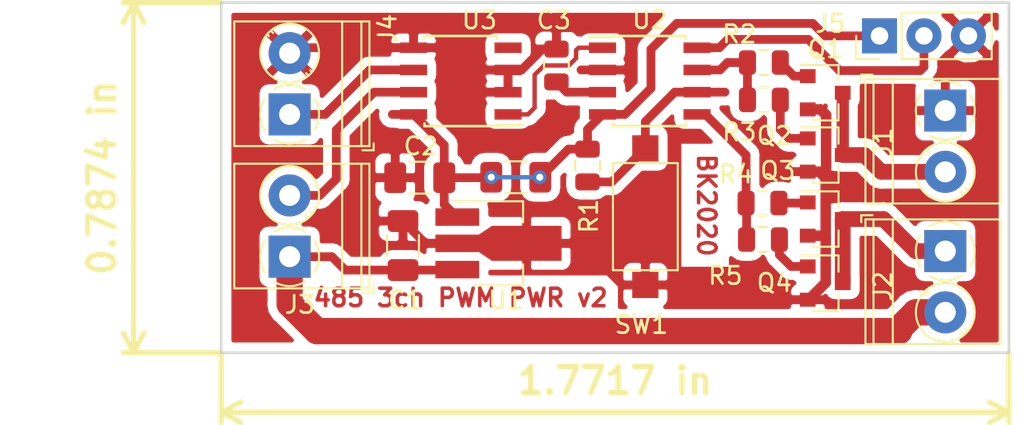
<source format=kicad_pcb>
(kicad_pcb (version 20171130) (host pcbnew "(5.0.2)-1")

  (general
    (thickness 1.6)
    (drawings 8)
    (tracks 130)
    (zones 0)
    (modules 22)
    (nets 18)
  )

  (page User 210.007 148.006)
  (layers
    (0 F.Cu signal)
    (31 B.Cu signal)
    (32 B.Adhes user)
    (33 F.Adhes user)
    (34 B.Paste user)
    (35 F.Paste user)
    (36 B.SilkS user)
    (37 F.SilkS user)
    (38 B.Mask user)
    (39 F.Mask user)
    (40 Dwgs.User user)
    (41 Cmts.User user)
    (42 Eco1.User user)
    (43 Eco2.User user)
    (44 Edge.Cuts user)
    (45 Margin user)
    (46 B.CrtYd user)
    (47 F.CrtYd user)
    (48 B.Fab user)
    (49 F.Fab user)
  )

  (setup
    (last_trace_width 0.5)
    (user_trace_width 0.25)
    (user_trace_width 0.5)
    (trace_clearance 0.2)
    (zone_clearance 0.508)
    (zone_45_only no)
    (trace_min 0.2)
    (segment_width 0.2)
    (edge_width 0.15)
    (via_size 0.8)
    (via_drill 0.4)
    (via_min_size 0.4)
    (via_min_drill 0.3)
    (uvia_size 0.3)
    (uvia_drill 0.1)
    (uvias_allowed no)
    (uvia_min_size 0.2)
    (uvia_min_drill 0.1)
    (pcb_text_width 0.3)
    (pcb_text_size 1.5 1.5)
    (mod_edge_width 0.15)
    (mod_text_size 1 1)
    (mod_text_width 0.15)
    (pad_size 2 2)
    (pad_drill 1)
    (pad_to_mask_clearance 0.051)
    (solder_mask_min_width 0.25)
    (aux_axis_origin 0 0)
    (visible_elements 7FFFFFFF)
    (pcbplotparams
      (layerselection 0x00000_7fffffff)
      (usegerberextensions false)
      (usegerberattributes false)
      (usegerberadvancedattributes false)
      (creategerberjobfile false)
      (excludeedgelayer false)
      (linewidth 0.100000)
      (plotframeref false)
      (viasonmask false)
      (mode 1)
      (useauxorigin false)
      (hpglpennumber 1)
      (hpglpenspeed 20)
      (hpglpendiameter 15.000000)
      (psnegative false)
      (psa4output false)
      (plotreference false)
      (plotvalue false)
      (plotinvisibletext false)
      (padsonsilk true)
      (subtractmaskfromsilk false)
      (outputformat 4)
      (mirror true)
      (drillshape 1)
      (scaleselection 1)
      (outputdirectory ""))
  )

  (net 0 "")
  (net 1 GND)
  (net 2 VCC)
  (net 3 +5V)
  (net 4 "Net-(C3-Pad1)")
  (net 5 /PWM1)
  (net 6 /SWIM_PWM2)
  (net 7 /BTN)
  (net 8 /PWM3)
  (net 9 /485_Rx)
  (net 10 /A)
  (net 11 /B)
  (net 12 /PWR1)
  (net 13 /PWR2)
  (net 14 "Net-(Q1-Pad1)")
  (net 15 "Net-(Q2-Pad1)")
  (net 16 "Net-(Q3-Pad1)")
  (net 17 "Net-(Q4-Pad1)")

  (net_class Default "This is the default net class."
    (clearance 0.2)
    (trace_width 0.5)
    (via_dia 0.8)
    (via_drill 0.4)
    (uvia_dia 0.3)
    (uvia_drill 0.1)
    (add_net +5V)
    (add_net /485_Rx)
    (add_net /A)
    (add_net /B)
    (add_net /BTN)
    (add_net /PWM1)
    (add_net /PWM3)
    (add_net /PWR1)
    (add_net /PWR2)
    (add_net /SWIM_PWM2)
    (add_net GND)
    (add_net "Net-(C3-Pad1)")
    (add_net "Net-(Q1-Pad1)")
    (add_net "Net-(Q2-Pad1)")
    (add_net "Net-(Q3-Pad1)")
    (add_net "Net-(Q4-Pad1)")
    (add_net VCC)
  )

  (module KiCad/kicad-footprints/Capacitor_SMD.pretty:C_1206_3216Metric (layer F.Cu) (tedit 5B301BBE) (tstamp 5FB4CD07)
    (at 87.386 65.878 90)
    (descr "Capacitor SMD 1206 (3216 Metric), square (rectangular) end terminal, IPC_7351 nominal, (Body size source: http://www.tortai-tech.com/upload/download/2011102023233369053.pdf), generated with kicad-footprint-generator")
    (tags capacitor)
    (path /5FB3C824)
    (attr smd)
    (fp_text reference C1 (at -3.122 0.114 180) (layer F.SilkS)
      (effects (font (size 1 1) (thickness 0.15)))
    )
    (fp_text value 10u (at 0 1.82 90) (layer F.Fab)
      (effects (font (size 1 1) (thickness 0.15)))
    )
    (fp_text user %R (at 0 0 90) (layer F.Fab)
      (effects (font (size 0.8 0.8) (thickness 0.12)))
    )
    (fp_line (start 2.28 1.12) (end -2.28 1.12) (layer F.CrtYd) (width 0.05))
    (fp_line (start 2.28 -1.12) (end 2.28 1.12) (layer F.CrtYd) (width 0.05))
    (fp_line (start -2.28 -1.12) (end 2.28 -1.12) (layer F.CrtYd) (width 0.05))
    (fp_line (start -2.28 1.12) (end -2.28 -1.12) (layer F.CrtYd) (width 0.05))
    (fp_line (start -0.602064 0.91) (end 0.602064 0.91) (layer F.SilkS) (width 0.12))
    (fp_line (start -0.602064 -0.91) (end 0.602064 -0.91) (layer F.SilkS) (width 0.12))
    (fp_line (start 1.6 0.8) (end -1.6 0.8) (layer F.Fab) (width 0.1))
    (fp_line (start 1.6 -0.8) (end 1.6 0.8) (layer F.Fab) (width 0.1))
    (fp_line (start -1.6 -0.8) (end 1.6 -0.8) (layer F.Fab) (width 0.1))
    (fp_line (start -1.6 0.8) (end -1.6 -0.8) (layer F.Fab) (width 0.1))
    (pad 2 smd roundrect (at 1.4 0 90) (size 1.25 1.75) (layers F.Cu F.Paste F.Mask) (roundrect_rratio 0.2)
      (net 1 GND))
    (pad 1 smd roundrect (at -1.4 0 90) (size 1.25 1.75) (layers F.Cu F.Paste F.Mask) (roundrect_rratio 0.2)
      (net 2 VCC))
    (model ${KISYS3DMOD}/Capacitor_SMD.3dshapes/C_1206_3216Metric.wrl
      (at (xyz 0 0 0))
      (scale (xyz 1 1 1))
      (rotate (xyz 0 0 0))
    )
  )

  (module KiCad/kicad-footprints/Capacitor_SMD.pretty:C_1206_3216Metric (layer F.Cu) (tedit 5B301BBE) (tstamp 5FB4CD18)
    (at 88.3412 62 180)
    (descr "Capacitor SMD 1206 (3216 Metric), square (rectangular) end terminal, IPC_7351 nominal, (Body size source: http://www.tortai-tech.com/upload/download/2011102023233369053.pdf), generated with kicad-footprint-generator")
    (tags capacitor)
    (path /5FB3C81D)
    (attr smd)
    (fp_text reference C2 (at -0.0588 1.8 180) (layer F.SilkS)
      (effects (font (size 1 1) (thickness 0.15)))
    )
    (fp_text value 10u (at 0 1.82 180) (layer F.Fab)
      (effects (font (size 1 1) (thickness 0.15)))
    )
    (fp_line (start -1.6 0.8) (end -1.6 -0.8) (layer F.Fab) (width 0.1))
    (fp_line (start -1.6 -0.8) (end 1.6 -0.8) (layer F.Fab) (width 0.1))
    (fp_line (start 1.6 -0.8) (end 1.6 0.8) (layer F.Fab) (width 0.1))
    (fp_line (start 1.6 0.8) (end -1.6 0.8) (layer F.Fab) (width 0.1))
    (fp_line (start -0.602064 -0.91) (end 0.602064 -0.91) (layer F.SilkS) (width 0.12))
    (fp_line (start -0.602064 0.91) (end 0.602064 0.91) (layer F.SilkS) (width 0.12))
    (fp_line (start -2.28 1.12) (end -2.28 -1.12) (layer F.CrtYd) (width 0.05))
    (fp_line (start -2.28 -1.12) (end 2.28 -1.12) (layer F.CrtYd) (width 0.05))
    (fp_line (start 2.28 -1.12) (end 2.28 1.12) (layer F.CrtYd) (width 0.05))
    (fp_line (start 2.28 1.12) (end -2.28 1.12) (layer F.CrtYd) (width 0.05))
    (fp_text user %R (at 0 0 180) (layer F.Fab)
      (effects (font (size 0.8 0.8) (thickness 0.12)))
    )
    (pad 1 smd roundrect (at -1.4 0 180) (size 1.25 1.75) (layers F.Cu F.Paste F.Mask) (roundrect_rratio 0.2)
      (net 3 +5V))
    (pad 2 smd roundrect (at 1.4 0 180) (size 1.25 1.75) (layers F.Cu F.Paste F.Mask) (roundrect_rratio 0.2)
      (net 1 GND))
    (model ${KISYS3DMOD}/Capacitor_SMD.3dshapes/C_1206_3216Metric.wrl
      (at (xyz 0 0 0))
      (scale (xyz 1 1 1))
      (rotate (xyz 0 0 0))
    )
  )

  (module KiCad/kicad-footprints/Capacitor_SMD.pretty:C_0805_2012Metric (layer F.Cu) (tedit 5B36C52B) (tstamp 5FB4CD29)
    (at 96.149 55.591 90)
    (descr "Capacitor SMD 0805 (2012 Metric), square (rectangular) end terminal, IPC_7351 nominal, (Body size source: https://docs.google.com/spreadsheets/d/1BsfQQcO9C6DZCsRaXUlFlo91Tg2WpOkGARC1WS5S8t0/edit?usp=sharing), generated with kicad-footprint-generator")
    (tags capacitor)
    (path /5FB3C77A)
    (attr smd)
    (fp_text reference C3 (at 2.591 -0.149 180) (layer F.SilkS)
      (effects (font (size 1 1) (thickness 0.15)))
    )
    (fp_text value 1u (at 0 1.65 90) (layer F.Fab)
      (effects (font (size 1 1) (thickness 0.15)))
    )
    (fp_line (start -1 0.6) (end -1 -0.6) (layer F.Fab) (width 0.1))
    (fp_line (start -1 -0.6) (end 1 -0.6) (layer F.Fab) (width 0.1))
    (fp_line (start 1 -0.6) (end 1 0.6) (layer F.Fab) (width 0.1))
    (fp_line (start 1 0.6) (end -1 0.6) (layer F.Fab) (width 0.1))
    (fp_line (start -0.258578 -0.71) (end 0.258578 -0.71) (layer F.SilkS) (width 0.12))
    (fp_line (start -0.258578 0.71) (end 0.258578 0.71) (layer F.SilkS) (width 0.12))
    (fp_line (start -1.68 0.95) (end -1.68 -0.95) (layer F.CrtYd) (width 0.05))
    (fp_line (start -1.68 -0.95) (end 1.68 -0.95) (layer F.CrtYd) (width 0.05))
    (fp_line (start 1.68 -0.95) (end 1.68 0.95) (layer F.CrtYd) (width 0.05))
    (fp_line (start 1.68 0.95) (end -1.68 0.95) (layer F.CrtYd) (width 0.05))
    (fp_text user %R (at 0 0 90) (layer F.Fab)
      (effects (font (size 0.5 0.5) (thickness 0.08)))
    )
    (pad 1 smd roundrect (at -0.9375 0 90) (size 0.975 1.4) (layers F.Cu F.Paste F.Mask) (roundrect_rratio 0.25)
      (net 4 "Net-(C3-Pad1)"))
    (pad 2 smd roundrect (at 0.9375 0 90) (size 0.975 1.4) (layers F.Cu F.Paste F.Mask) (roundrect_rratio 0.25)
      (net 1 GND))
    (model ${KISYS3DMOD}/Capacitor_SMD.3dshapes/C_0805_2012Metric.wrl
      (at (xyz 0 0 0))
      (scale (xyz 1 1 1))
      (rotate (xyz 0 0 0))
    )
  )

  (module KiCad/kicad-footprints/TerminalBlock_Phoenix.pretty:TerminalBlock_Phoenix_PT-1,5-2-3.5-H_1x02_P3.50mm_Horizontal (layer F.Cu) (tedit 5B294F3F) (tstamp 5FB4DFEA)
    (at 118.364 58.166 270)
    (descr "Terminal Block Phoenix PT-1,5-2-3.5-H, 2 pins, pitch 3.5mm, size 7x7.6mm^2, drill diamater 1.2mm, pad diameter 2.4mm, see , script-generated using https://github.com/pointhi/kicad-footprint-generator/scripts/TerminalBlock_Phoenix")
    (tags "THT Terminal Block Phoenix PT-1,5-2-3.5-H pitch 3.5mm size 7x7.6mm^2 drill 1.2mm pad 2.4mm")
    (path /5FB482CA)
    (fp_text reference J1 (at 1.834 3.564 90) (layer F.SilkS)
      (effects (font (size 1 1) (thickness 0.15)))
    )
    (fp_text value PWM1 (at 1.75 5.56 270) (layer F.Fab)
      (effects (font (size 1 1) (thickness 0.15)))
    )
    (fp_arc (start 0 0) (end 0 1.68) (angle -32) (layer F.SilkS) (width 0.12))
    (fp_arc (start 0 0) (end 1.425 0.891) (angle -64) (layer F.SilkS) (width 0.12))
    (fp_arc (start 0 0) (end 0.866 -1.44) (angle -63) (layer F.SilkS) (width 0.12))
    (fp_arc (start 0 0) (end -1.44 -0.866) (angle -63) (layer F.SilkS) (width 0.12))
    (fp_arc (start 0 0) (end -0.866 1.44) (angle -32) (layer F.SilkS) (width 0.12))
    (fp_circle (center 0 0) (end 1.5 0) (layer F.Fab) (width 0.1))
    (fp_circle (center 3.5 0) (end 5 0) (layer F.Fab) (width 0.1))
    (fp_circle (center 3.5 0) (end 5.18 0) (layer F.SilkS) (width 0.12))
    (fp_line (start -1.75 -3.1) (end 5.25 -3.1) (layer F.Fab) (width 0.1))
    (fp_line (start 5.25 -3.1) (end 5.25 4.5) (layer F.Fab) (width 0.1))
    (fp_line (start 5.25 4.5) (end -1.35 4.5) (layer F.Fab) (width 0.1))
    (fp_line (start -1.35 4.5) (end -1.75 4.1) (layer F.Fab) (width 0.1))
    (fp_line (start -1.75 4.1) (end -1.75 -3.1) (layer F.Fab) (width 0.1))
    (fp_line (start -1.75 4.1) (end 5.25 4.1) (layer F.Fab) (width 0.1))
    (fp_line (start -1.81 4.1) (end 5.31 4.1) (layer F.SilkS) (width 0.12))
    (fp_line (start -1.75 3) (end 5.25 3) (layer F.Fab) (width 0.1))
    (fp_line (start -1.81 3) (end 5.31 3) (layer F.SilkS) (width 0.12))
    (fp_line (start -1.81 -3.16) (end 5.31 -3.16) (layer F.SilkS) (width 0.12))
    (fp_line (start -1.81 4.56) (end 5.31 4.56) (layer F.SilkS) (width 0.12))
    (fp_line (start -1.81 -3.16) (end -1.81 4.56) (layer F.SilkS) (width 0.12))
    (fp_line (start 5.31 -3.16) (end 5.31 4.56) (layer F.SilkS) (width 0.12))
    (fp_line (start 1.138 -0.955) (end -0.955 1.138) (layer F.Fab) (width 0.1))
    (fp_line (start 0.955 -1.138) (end -1.138 0.955) (layer F.Fab) (width 0.1))
    (fp_line (start 4.638 -0.955) (end 2.546 1.138) (layer F.Fab) (width 0.1))
    (fp_line (start 4.455 -1.138) (end 2.363 0.955) (layer F.Fab) (width 0.1))
    (fp_line (start 4.775 -1.069) (end 4.646 -0.941) (layer F.SilkS) (width 0.12))
    (fp_line (start 2.525 1.181) (end 2.431 1.274) (layer F.SilkS) (width 0.12))
    (fp_line (start 4.57 -1.275) (end 4.476 -1.181) (layer F.SilkS) (width 0.12))
    (fp_line (start 2.355 0.941) (end 2.226 1.069) (layer F.SilkS) (width 0.12))
    (fp_line (start -2.05 4.16) (end -2.05 4.8) (layer F.SilkS) (width 0.12))
    (fp_line (start -2.05 4.8) (end -1.65 4.8) (layer F.SilkS) (width 0.12))
    (fp_line (start -2.25 -3.6) (end -2.25 5) (layer F.CrtYd) (width 0.05))
    (fp_line (start -2.25 5) (end 5.75 5) (layer F.CrtYd) (width 0.05))
    (fp_line (start 5.75 5) (end 5.75 -3.6) (layer F.CrtYd) (width 0.05))
    (fp_line (start 5.75 -3.6) (end -2.25 -3.6) (layer F.CrtYd) (width 0.05))
    (fp_text user %R (at 1.75 2.4 270) (layer F.Fab)
      (effects (font (size 1 1) (thickness 0.15)))
    )
    (pad 1 thru_hole rect (at 0 0 270) (size 2.4 2.4) (drill 1.2) (layers *.Cu *.Mask)
      (net 1 GND))
    (pad 2 thru_hole circle (at 3.5 0 270) (size 2.4 2.4) (drill 1.2) (layers *.Cu *.Mask)
      (net 12 /PWR1))
    (model ${KISYS3DMOD}/TerminalBlock_Phoenix.3dshapes/TerminalBlock_Phoenix_PT-1,5-2-3.5-H_1x02_P3.50mm_Horizontal.wrl
      (at (xyz 0 0 0))
      (scale (xyz 1 1 1))
      (rotate (xyz 0 0 0))
    )
  )

  (module KiCad/kicad-footprints/TerminalBlock_Phoenix.pretty:TerminalBlock_Phoenix_PT-1,5-2-3.5-H_1x02_P3.50mm_Horizontal (layer F.Cu) (tedit 5B294F3F) (tstamp 5FB4E06B)
    (at 118.364 66.1924 270)
    (descr "Terminal Block Phoenix PT-1,5-2-3.5-H, 2 pins, pitch 3.5mm, size 7x7.6mm^2, drill diamater 1.2mm, pad diameter 2.4mm, see , script-generated using https://github.com/pointhi/kicad-footprint-generator/scripts/TerminalBlock_Phoenix")
    (tags "THT Terminal Block Phoenix PT-1,5-2-3.5-H pitch 3.5mm size 7x7.6mm^2 drill 1.2mm pad 2.4mm")
    (path /5FB48374)
    (fp_text reference J2 (at 2.0076 3.564 90) (layer F.SilkS)
      (effects (font (size 1 1) (thickness 0.15)))
    )
    (fp_text value PWM2 (at 1.75 5.56 270) (layer F.Fab)
      (effects (font (size 1 1) (thickness 0.15)))
    )
    (fp_text user %R (at 1.75 2.4 270) (layer F.Fab)
      (effects (font (size 1 1) (thickness 0.15)))
    )
    (fp_line (start 5.75 -3.6) (end -2.25 -3.6) (layer F.CrtYd) (width 0.05))
    (fp_line (start 5.75 5) (end 5.75 -3.6) (layer F.CrtYd) (width 0.05))
    (fp_line (start -2.25 5) (end 5.75 5) (layer F.CrtYd) (width 0.05))
    (fp_line (start -2.25 -3.6) (end -2.25 5) (layer F.CrtYd) (width 0.05))
    (fp_line (start -2.05 4.8) (end -1.65 4.8) (layer F.SilkS) (width 0.12))
    (fp_line (start -2.05 4.16) (end -2.05 4.8) (layer F.SilkS) (width 0.12))
    (fp_line (start 2.355 0.941) (end 2.226 1.069) (layer F.SilkS) (width 0.12))
    (fp_line (start 4.57 -1.275) (end 4.476 -1.181) (layer F.SilkS) (width 0.12))
    (fp_line (start 2.525 1.181) (end 2.431 1.274) (layer F.SilkS) (width 0.12))
    (fp_line (start 4.775 -1.069) (end 4.646 -0.941) (layer F.SilkS) (width 0.12))
    (fp_line (start 4.455 -1.138) (end 2.363 0.955) (layer F.Fab) (width 0.1))
    (fp_line (start 4.638 -0.955) (end 2.546 1.138) (layer F.Fab) (width 0.1))
    (fp_line (start 0.955 -1.138) (end -1.138 0.955) (layer F.Fab) (width 0.1))
    (fp_line (start 1.138 -0.955) (end -0.955 1.138) (layer F.Fab) (width 0.1))
    (fp_line (start 5.31 -3.16) (end 5.31 4.56) (layer F.SilkS) (width 0.12))
    (fp_line (start -1.81 -3.16) (end -1.81 4.56) (layer F.SilkS) (width 0.12))
    (fp_line (start -1.81 4.56) (end 5.31 4.56) (layer F.SilkS) (width 0.12))
    (fp_line (start -1.81 -3.16) (end 5.31 -3.16) (layer F.SilkS) (width 0.12))
    (fp_line (start -1.81 3) (end 5.31 3) (layer F.SilkS) (width 0.12))
    (fp_line (start -1.75 3) (end 5.25 3) (layer F.Fab) (width 0.1))
    (fp_line (start -1.81 4.1) (end 5.31 4.1) (layer F.SilkS) (width 0.12))
    (fp_line (start -1.75 4.1) (end 5.25 4.1) (layer F.Fab) (width 0.1))
    (fp_line (start -1.75 4.1) (end -1.75 -3.1) (layer F.Fab) (width 0.1))
    (fp_line (start -1.35 4.5) (end -1.75 4.1) (layer F.Fab) (width 0.1))
    (fp_line (start 5.25 4.5) (end -1.35 4.5) (layer F.Fab) (width 0.1))
    (fp_line (start 5.25 -3.1) (end 5.25 4.5) (layer F.Fab) (width 0.1))
    (fp_line (start -1.75 -3.1) (end 5.25 -3.1) (layer F.Fab) (width 0.1))
    (fp_circle (center 3.5 0) (end 5.18 0) (layer F.SilkS) (width 0.12))
    (fp_circle (center 3.5 0) (end 5 0) (layer F.Fab) (width 0.1))
    (fp_circle (center 0 0) (end 1.5 0) (layer F.Fab) (width 0.1))
    (fp_arc (start 0 0) (end -0.866 1.44) (angle -32) (layer F.SilkS) (width 0.12))
    (fp_arc (start 0 0) (end -1.44 -0.866) (angle -63) (layer F.SilkS) (width 0.12))
    (fp_arc (start 0 0) (end 0.866 -1.44) (angle -63) (layer F.SilkS) (width 0.12))
    (fp_arc (start 0 0) (end 1.425 0.891) (angle -64) (layer F.SilkS) (width 0.12))
    (fp_arc (start 0 0) (end 0 1.68) (angle -32) (layer F.SilkS) (width 0.12))
    (pad 2 thru_hole circle (at 3.5 0 270) (size 2.4 2.4) (drill 1.2) (layers *.Cu *.Mask)
      (net 2 VCC))
    (pad 1 thru_hole rect (at 0 0 270) (size 2.4 2.4) (drill 1.2) (layers *.Cu *.Mask)
      (net 13 /PWR2))
    (model ${KISYS3DMOD}/TerminalBlock_Phoenix.3dshapes/TerminalBlock_Phoenix_PT-1,5-2-3.5-H_1x02_P3.50mm_Horizontal.wrl
      (at (xyz 0 0 0))
      (scale (xyz 1 1 1))
      (rotate (xyz 0 0 0))
    )
  )

  (module KiCad/kicad-footprints/TerminalBlock_Phoenix.pretty:TerminalBlock_Phoenix_PT-1,5-2-3.5-H_1x02_P3.50mm_Horizontal (layer F.Cu) (tedit 5B294F3F) (tstamp 5FB4CDA7)
    (at 80.909 66.513 90)
    (descr "Terminal Block Phoenix PT-1,5-2-3.5-H, 2 pins, pitch 3.5mm, size 7x7.6mm^2, drill diamater 1.2mm, pad diameter 2.4mm, see , script-generated using https://github.com/pointhi/kicad-footprint-generator/scripts/TerminalBlock_Phoenix")
    (tags "THT Terminal Block Phoenix PT-1,5-2-3.5-H pitch 3.5mm size 7x7.6mm^2 drill 1.2mm pad 2.4mm")
    (path /5FB47751)
    (fp_text reference J3 (at -2.737 0.591 180) (layer F.SilkS)
      (effects (font (size 1 1) (thickness 0.15)))
    )
    (fp_text value In1 (at 1.75 5.56 90) (layer F.Fab)
      (effects (font (size 1 1) (thickness 0.15)))
    )
    (fp_arc (start 0 0) (end 0 1.68) (angle -32) (layer F.SilkS) (width 0.12))
    (fp_arc (start 0 0) (end 1.425 0.891) (angle -64) (layer F.SilkS) (width 0.12))
    (fp_arc (start 0 0) (end 0.866 -1.44) (angle -63) (layer F.SilkS) (width 0.12))
    (fp_arc (start 0 0) (end -1.44 -0.866) (angle -63) (layer F.SilkS) (width 0.12))
    (fp_arc (start 0 0) (end -0.866 1.44) (angle -32) (layer F.SilkS) (width 0.12))
    (fp_circle (center 0 0) (end 1.5 0) (layer F.Fab) (width 0.1))
    (fp_circle (center 3.5 0) (end 5 0) (layer F.Fab) (width 0.1))
    (fp_circle (center 3.5 0) (end 5.18 0) (layer F.SilkS) (width 0.12))
    (fp_line (start -1.75 -3.1) (end 5.25 -3.1) (layer F.Fab) (width 0.1))
    (fp_line (start 5.25 -3.1) (end 5.25 4.5) (layer F.Fab) (width 0.1))
    (fp_line (start 5.25 4.5) (end -1.35 4.5) (layer F.Fab) (width 0.1))
    (fp_line (start -1.35 4.5) (end -1.75 4.1) (layer F.Fab) (width 0.1))
    (fp_line (start -1.75 4.1) (end -1.75 -3.1) (layer F.Fab) (width 0.1))
    (fp_line (start -1.75 4.1) (end 5.25 4.1) (layer F.Fab) (width 0.1))
    (fp_line (start -1.81 4.1) (end 5.31 4.1) (layer F.SilkS) (width 0.12))
    (fp_line (start -1.75 3) (end 5.25 3) (layer F.Fab) (width 0.1))
    (fp_line (start -1.81 3) (end 5.31 3) (layer F.SilkS) (width 0.12))
    (fp_line (start -1.81 -3.16) (end 5.31 -3.16) (layer F.SilkS) (width 0.12))
    (fp_line (start -1.81 4.56) (end 5.31 4.56) (layer F.SilkS) (width 0.12))
    (fp_line (start -1.81 -3.16) (end -1.81 4.56) (layer F.SilkS) (width 0.12))
    (fp_line (start 5.31 -3.16) (end 5.31 4.56) (layer F.SilkS) (width 0.12))
    (fp_line (start 1.138 -0.955) (end -0.955 1.138) (layer F.Fab) (width 0.1))
    (fp_line (start 0.955 -1.138) (end -1.138 0.955) (layer F.Fab) (width 0.1))
    (fp_line (start 4.638 -0.955) (end 2.546 1.138) (layer F.Fab) (width 0.1))
    (fp_line (start 4.455 -1.138) (end 2.363 0.955) (layer F.Fab) (width 0.1))
    (fp_line (start 4.775 -1.069) (end 4.646 -0.941) (layer F.SilkS) (width 0.12))
    (fp_line (start 2.525 1.181) (end 2.431 1.274) (layer F.SilkS) (width 0.12))
    (fp_line (start 4.57 -1.275) (end 4.476 -1.181) (layer F.SilkS) (width 0.12))
    (fp_line (start 2.355 0.941) (end 2.226 1.069) (layer F.SilkS) (width 0.12))
    (fp_line (start -2.05 4.16) (end -2.05 4.8) (layer F.SilkS) (width 0.12))
    (fp_line (start -2.05 4.8) (end -1.65 4.8) (layer F.SilkS) (width 0.12))
    (fp_line (start -2.25 -3.6) (end -2.25 5) (layer F.CrtYd) (width 0.05))
    (fp_line (start -2.25 5) (end 5.75 5) (layer F.CrtYd) (width 0.05))
    (fp_line (start 5.75 5) (end 5.75 -3.6) (layer F.CrtYd) (width 0.05))
    (fp_line (start 5.75 -3.6) (end -2.25 -3.6) (layer F.CrtYd) (width 0.05))
    (fp_text user %R (at 1.75 2.4 90) (layer F.Fab)
      (effects (font (size 1 1) (thickness 0.15)))
    )
    (pad 1 thru_hole rect (at 0 0 90) (size 2.4 2.4) (drill 1.2) (layers *.Cu *.Mask)
      (net 2 VCC))
    (pad 2 thru_hole circle (at 3.5 0 90) (size 2.4 2.4) (drill 1.2) (layers *.Cu *.Mask)
      (net 11 /B))
    (model ${KISYS3DMOD}/TerminalBlock_Phoenix.3dshapes/TerminalBlock_Phoenix_PT-1,5-2-3.5-H_1x02_P3.50mm_Horizontal.wrl
      (at (xyz 0 0 0))
      (scale (xyz 1 1 1))
      (rotate (xyz 0 0 0))
    )
  )

  (module KiCad/kicad-footprints/TerminalBlock_Phoenix.pretty:TerminalBlock_Phoenix_PT-1,5-2-3.5-H_1x02_P3.50mm_Horizontal (layer F.Cu) (tedit 5B294F3F) (tstamp 5FB4CDD1)
    (at 80.909 58.385 90)
    (descr "Terminal Block Phoenix PT-1,5-2-3.5-H, 2 pins, pitch 3.5mm, size 7x7.6mm^2, drill diamater 1.2mm, pad diameter 2.4mm, see , script-generated using https://github.com/pointhi/kicad-footprint-generator/scripts/TerminalBlock_Phoenix")
    (tags "THT Terminal Block Phoenix PT-1,5-2-3.5-H pitch 3.5mm size 7x7.6mm^2 drill 1.2mm pad 2.4mm")
    (path /5FB48142)
    (fp_text reference J4 (at 4.885 5.591 90) (layer F.SilkS)
      (effects (font (size 1 1) (thickness 0.15)))
    )
    (fp_text value In2 (at 1.75 5.56 90) (layer F.Fab)
      (effects (font (size 1 1) (thickness 0.15)))
    )
    (fp_text user %R (at 1.75 2.4 90) (layer F.Fab)
      (effects (font (size 1 1) (thickness 0.15)))
    )
    (fp_line (start 5.75 -3.6) (end -2.25 -3.6) (layer F.CrtYd) (width 0.05))
    (fp_line (start 5.75 5) (end 5.75 -3.6) (layer F.CrtYd) (width 0.05))
    (fp_line (start -2.25 5) (end 5.75 5) (layer F.CrtYd) (width 0.05))
    (fp_line (start -2.25 -3.6) (end -2.25 5) (layer F.CrtYd) (width 0.05))
    (fp_line (start -2.05 4.8) (end -1.65 4.8) (layer F.SilkS) (width 0.12))
    (fp_line (start -2.05 4.16) (end -2.05 4.8) (layer F.SilkS) (width 0.12))
    (fp_line (start 2.355 0.941) (end 2.226 1.069) (layer F.SilkS) (width 0.12))
    (fp_line (start 4.57 -1.275) (end 4.476 -1.181) (layer F.SilkS) (width 0.12))
    (fp_line (start 2.525 1.181) (end 2.431 1.274) (layer F.SilkS) (width 0.12))
    (fp_line (start 4.775 -1.069) (end 4.646 -0.941) (layer F.SilkS) (width 0.12))
    (fp_line (start 4.455 -1.138) (end 2.363 0.955) (layer F.Fab) (width 0.1))
    (fp_line (start 4.638 -0.955) (end 2.546 1.138) (layer F.Fab) (width 0.1))
    (fp_line (start 0.955 -1.138) (end -1.138 0.955) (layer F.Fab) (width 0.1))
    (fp_line (start 1.138 -0.955) (end -0.955 1.138) (layer F.Fab) (width 0.1))
    (fp_line (start 5.31 -3.16) (end 5.31 4.56) (layer F.SilkS) (width 0.12))
    (fp_line (start -1.81 -3.16) (end -1.81 4.56) (layer F.SilkS) (width 0.12))
    (fp_line (start -1.81 4.56) (end 5.31 4.56) (layer F.SilkS) (width 0.12))
    (fp_line (start -1.81 -3.16) (end 5.31 -3.16) (layer F.SilkS) (width 0.12))
    (fp_line (start -1.81 3) (end 5.31 3) (layer F.SilkS) (width 0.12))
    (fp_line (start -1.75 3) (end 5.25 3) (layer F.Fab) (width 0.1))
    (fp_line (start -1.81 4.1) (end 5.31 4.1) (layer F.SilkS) (width 0.12))
    (fp_line (start -1.75 4.1) (end 5.25 4.1) (layer F.Fab) (width 0.1))
    (fp_line (start -1.75 4.1) (end -1.75 -3.1) (layer F.Fab) (width 0.1))
    (fp_line (start -1.35 4.5) (end -1.75 4.1) (layer F.Fab) (width 0.1))
    (fp_line (start 5.25 4.5) (end -1.35 4.5) (layer F.Fab) (width 0.1))
    (fp_line (start 5.25 -3.1) (end 5.25 4.5) (layer F.Fab) (width 0.1))
    (fp_line (start -1.75 -3.1) (end 5.25 -3.1) (layer F.Fab) (width 0.1))
    (fp_circle (center 3.5 0) (end 5.18 0) (layer F.SilkS) (width 0.12))
    (fp_circle (center 3.5 0) (end 5 0) (layer F.Fab) (width 0.1))
    (fp_circle (center 0 0) (end 1.5 0) (layer F.Fab) (width 0.1))
    (fp_arc (start 0 0) (end -0.866 1.44) (angle -32) (layer F.SilkS) (width 0.12))
    (fp_arc (start 0 0) (end -1.44 -0.866) (angle -63) (layer F.SilkS) (width 0.12))
    (fp_arc (start 0 0) (end 0.866 -1.44) (angle -63) (layer F.SilkS) (width 0.12))
    (fp_arc (start 0 0) (end 1.425 0.891) (angle -64) (layer F.SilkS) (width 0.12))
    (fp_arc (start 0 0) (end 0 1.68) (angle -32) (layer F.SilkS) (width 0.12))
    (pad 2 thru_hole circle (at 3.5 0 90) (size 2.4 2.4) (drill 1.2) (layers *.Cu *.Mask)
      (net 1 GND))
    (pad 1 thru_hole rect (at 0 0 90) (size 2.4 2.4) (drill 1.2) (layers *.Cu *.Mask)
      (net 10 /A))
    (model ${KISYS3DMOD}/TerminalBlock_Phoenix.3dshapes/TerminalBlock_Phoenix_PT-1,5-2-3.5-H_1x02_P3.50mm_Horizontal.wrl
      (at (xyz 0 0 0))
      (scale (xyz 1 1 1))
      (rotate (xyz 0 0 0))
    )
  )

  (module KiCad/kicad-footprints/Connector_PinHeader_2.54mm.pretty:PinHeader_1x03_P2.54mm_Vertical (layer F.Cu) (tedit 5FC21F72) (tstamp 5FB4CDE8)
    (at 114.6048 53.8988 90)
    (descr "Through hole straight pin header, 1x03, 2.54mm pitch, single row")
    (tags "Through hole pin header THT 1x03 2.54mm single row")
    (path /5FB4B627)
    (fp_text reference J5 (at 0.6988 -2.8048 180) (layer F.SilkS)
      (effects (font (size 1 1) (thickness 0.15)))
    )
    (fp_text value SWIM (at 0 7.41 90) (layer F.Fab)
      (effects (font (size 1 1) (thickness 0.15)))
    )
    (fp_line (start -0.635 -1.27) (end 1.27 -1.27) (layer F.Fab) (width 0.1))
    (fp_line (start 1.27 -1.27) (end 1.27 6.35) (layer F.Fab) (width 0.1))
    (fp_line (start 1.27 6.35) (end -1.27 6.35) (layer F.Fab) (width 0.1))
    (fp_line (start -1.27 6.35) (end -1.27 -0.635) (layer F.Fab) (width 0.1))
    (fp_line (start -1.27 -0.635) (end -0.635 -1.27) (layer F.Fab) (width 0.1))
    (fp_line (start -1.33 6.41) (end 1.33 6.41) (layer F.SilkS) (width 0.12))
    (fp_line (start -1.33 1.27) (end -1.33 6.41) (layer F.SilkS) (width 0.12))
    (fp_line (start 1.33 1.27) (end 1.33 6.41) (layer F.SilkS) (width 0.12))
    (fp_line (start -1.33 1.27) (end 1.33 1.27) (layer F.SilkS) (width 0.12))
    (fp_line (start -1.33 0) (end -1.33 -1.33) (layer F.SilkS) (width 0.12))
    (fp_line (start -1.33 -1.33) (end 0 -1.33) (layer F.SilkS) (width 0.12))
    (fp_line (start -1.8 -1.8) (end -1.8 6.85) (layer F.CrtYd) (width 0.05))
    (fp_line (start -1.8 6.85) (end 1.8 6.85) (layer F.CrtYd) (width 0.05))
    (fp_line (start 1.8 6.85) (end 1.8 -1.8) (layer F.CrtYd) (width 0.05))
    (fp_line (start 1.8 -1.8) (end -1.8 -1.8) (layer F.CrtYd) (width 0.05))
    (fp_text user %R (at 0 2.54 180) (layer F.Fab)
      (effects (font (size 1 1) (thickness 0.15)))
    )
    (pad 1 thru_hole rect (at 0 0 90) (size 2 2) (drill 1) (layers *.Cu *.Mask)
      (net 3 +5V))
    (pad 2 thru_hole circle (at 0 2.54 90) (size 2 2) (drill 1) (layers *.Cu *.Mask)
      (net 6 /SWIM_PWM2))
    (pad 3 thru_hole circle (at 0 5.08 90) (size 2 2) (drill 1) (layers *.Cu *.Mask)
      (net 1 GND))
    (model ${KISYS3DMOD}/Connector_PinHeader_2.54mm.3dshapes/PinHeader_1x03_P2.54mm_Vertical.wrl
      (at (xyz 0 0 0))
      (scale (xyz 1 1 1))
      (rotate (xyz 0 0 0))
    )
  )

  (module KiCad/kicad-footprints/Resistor_SMD.pretty:R_0805_2012Metric (layer F.Cu) (tedit 5B36C52B) (tstamp 5FB4CDF9)
    (at 97.927 61.306 270)
    (descr "Resistor SMD 0805 (2012 Metric), square (rectangular) end terminal, IPC_7351 nominal, (Body size source: https://docs.google.com/spreadsheets/d/1BsfQQcO9C6DZCsRaXUlFlo91Tg2WpOkGARC1WS5S8t0/edit?usp=sharing), generated with kicad-footprint-generator")
    (tags resistor)
    (path /5FB3C852)
    (attr smd)
    (fp_text reference R1 (at 2.894 -0.073 270) (layer F.SilkS)
      (effects (font (size 1 1) (thickness 0.15)))
    )
    (fp_text value 10K (at 0 1.65 270) (layer F.Fab)
      (effects (font (size 1 1) (thickness 0.15)))
    )
    (fp_line (start -1 0.6) (end -1 -0.6) (layer F.Fab) (width 0.1))
    (fp_line (start -1 -0.6) (end 1 -0.6) (layer F.Fab) (width 0.1))
    (fp_line (start 1 -0.6) (end 1 0.6) (layer F.Fab) (width 0.1))
    (fp_line (start 1 0.6) (end -1 0.6) (layer F.Fab) (width 0.1))
    (fp_line (start -0.258578 -0.71) (end 0.258578 -0.71) (layer F.SilkS) (width 0.12))
    (fp_line (start -0.258578 0.71) (end 0.258578 0.71) (layer F.SilkS) (width 0.12))
    (fp_line (start -1.68 0.95) (end -1.68 -0.95) (layer F.CrtYd) (width 0.05))
    (fp_line (start -1.68 -0.95) (end 1.68 -0.95) (layer F.CrtYd) (width 0.05))
    (fp_line (start 1.68 -0.95) (end 1.68 0.95) (layer F.CrtYd) (width 0.05))
    (fp_line (start 1.68 0.95) (end -1.68 0.95) (layer F.CrtYd) (width 0.05))
    (fp_text user %R (at 0 0 270) (layer F.Fab)
      (effects (font (size 0.5 0.5) (thickness 0.08)))
    )
    (pad 1 smd roundrect (at -0.9375 0 270) (size 0.975 1.4) (layers F.Cu F.Paste F.Mask) (roundrect_rratio 0.25)
      (net 3 +5V))
    (pad 2 smd roundrect (at 0.9375 0 270) (size 0.975 1.4) (layers F.Cu F.Paste F.Mask) (roundrect_rratio 0.25)
      (net 7 /BTN))
    (model ${KISYS3DMOD}/Resistor_SMD.3dshapes/R_0805_2012Metric.wrl
      (at (xyz 0 0 0))
      (scale (xyz 1 1 1))
      (rotate (xyz 0 0 0))
    )
  )

  (module KiCad/kicad-footprints/Button_Switch_SMD.pretty:SW_SPST_CK_RS282G05A3 (layer F.Cu) (tedit 5A7A67D2) (tstamp 5FB4CE14)
    (at 101.229 64.227 270)
    (descr https://www.mouser.com/ds/2/60/RS-282G05A-SM_RT-1159762.pdf)
    (tags "SPST button tactile switch")
    (path /5FB3C84B)
    (attr smd)
    (fp_text reference SW1 (at 6.173 0.229) (layer F.SilkS)
      (effects (font (size 1 1) (thickness 0.15)))
    )
    (fp_text value Sw (at 0 3 270) (layer F.Fab)
      (effects (font (size 1 1) (thickness 0.15)))
    )
    (fp_line (start -4.9 2.05) (end -4.9 -2.05) (layer F.CrtYd) (width 0.05))
    (fp_line (start 4.9 2.05) (end -4.9 2.05) (layer F.CrtYd) (width 0.05))
    (fp_line (start 4.9 -2.05) (end 4.9 2.05) (layer F.CrtYd) (width 0.05))
    (fp_line (start -4.9 -2.05) (end 4.9 -2.05) (layer F.CrtYd) (width 0.05))
    (fp_text user %R (at 0 -2.6 270) (layer F.Fab)
      (effects (font (size 1 1) (thickness 0.15)))
    )
    (fp_line (start -1.75 -1) (end 1.75 -1) (layer F.Fab) (width 0.1))
    (fp_line (start 1.75 -1) (end 1.75 1) (layer F.Fab) (width 0.1))
    (fp_line (start 1.75 1) (end -1.75 1) (layer F.Fab) (width 0.1))
    (fp_line (start -1.75 1) (end -1.75 -1) (layer F.Fab) (width 0.1))
    (fp_line (start -3.06 -1.85) (end 3.06 -1.85) (layer F.SilkS) (width 0.12))
    (fp_line (start 3.06 -1.85) (end 3.06 1.85) (layer F.SilkS) (width 0.12))
    (fp_line (start 3.06 1.85) (end -3.06 1.85) (layer F.SilkS) (width 0.12))
    (fp_line (start -3.06 1.85) (end -3.06 -1.85) (layer F.SilkS) (width 0.12))
    (fp_line (start -1.5 0.8) (end 1.5 0.8) (layer F.Fab) (width 0.1))
    (fp_line (start -1.5 -0.8) (end 1.5 -0.8) (layer F.Fab) (width 0.1))
    (fp_line (start 1.5 -0.8) (end 1.5 0.8) (layer F.Fab) (width 0.1))
    (fp_line (start -1.5 -0.8) (end -1.5 0.8) (layer F.Fab) (width 0.1))
    (fp_line (start -3 1.8) (end 3 1.8) (layer F.Fab) (width 0.1))
    (fp_line (start -3 -1.8) (end 3 -1.8) (layer F.Fab) (width 0.1))
    (fp_line (start -3 -1.8) (end -3 1.8) (layer F.Fab) (width 0.1))
    (fp_line (start 3 -1.8) (end 3 1.8) (layer F.Fab) (width 0.1))
    (pad 1 smd rect (at -3.9 0 270) (size 1.5 1.5) (layers F.Cu F.Paste F.Mask)
      (net 7 /BTN))
    (pad 2 smd rect (at 3.9 0 270) (size 1.5 1.5) (layers F.Cu F.Paste F.Mask)
      (net 1 GND))
    (model ${KISYS3DMOD}/Button_Switch_SMD.3dshapes/SW_SPST_CK_RS282G05A3.wrl
      (at (xyz 0 0 0))
      (scale (xyz 1 1 1))
      (rotate (xyz 0 0 0))
    )
  )

  (module KiCad/kicad-footprints/Package_TO_SOT_SMD.pretty:SOT-89-3_Handsoldering (layer F.Cu) (tedit 5A02FF57) (tstamp 5FB4CE2B)
    (at 92.466 65.751)
    (descr "SOT-89-3 Handsoldering")
    (tags "SOT-89-3 Handsoldering")
    (path /5FB410FB)
    (attr smd)
    (fp_text reference U1 (at 0.784 3.249) (layer F.SilkS)
      (effects (font (size 1 1) (thickness 0.15)))
    )
    (fp_text value L78L05_SOT89 (at 0.5 3.15) (layer F.Fab)
      (effects (font (size 1 1) (thickness 0.15)))
    )
    (fp_text user %R (at 0.38 0 90) (layer F.Fab)
      (effects (font (size 0.6 0.6) (thickness 0.09)))
    )
    (fp_line (start -3.5 2.55) (end 4.25 2.55) (layer F.CrtYd) (width 0.05))
    (fp_line (start 4.25 2.55) (end 4.25 -2.55) (layer F.CrtYd) (width 0.05))
    (fp_line (start 4.25 -2.55) (end -3.5 -2.55) (layer F.CrtYd) (width 0.05))
    (fp_line (start -3.5 -2.55) (end -3.5 2.55) (layer F.CrtYd) (width 0.05))
    (fp_line (start 1.78 1.2) (end 1.78 2.4) (layer F.SilkS) (width 0.12))
    (fp_line (start 1.78 2.4) (end -0.92 2.4) (layer F.SilkS) (width 0.12))
    (fp_line (start -2.22 -2.4) (end 1.78 -2.4) (layer F.SilkS) (width 0.12))
    (fp_line (start 1.78 -2.4) (end 1.78 -1.2) (layer F.SilkS) (width 0.12))
    (fp_line (start -0.92 -1.51) (end -0.13 -2.3) (layer F.Fab) (width 0.1))
    (fp_line (start 1.68 -2.3) (end 1.68 2.3) (layer F.Fab) (width 0.1))
    (fp_line (start 1.68 2.3) (end -0.92 2.3) (layer F.Fab) (width 0.1))
    (fp_line (start -0.92 2.3) (end -0.92 -1.51) (layer F.Fab) (width 0.1))
    (fp_line (start -0.13 -2.3) (end 1.68 -2.3) (layer F.Fab) (width 0.1))
    (pad 1 smd rect (at -1.98 -1.5 270) (size 1 2.5) (layers F.Cu F.Paste F.Mask)
      (net 3 +5V))
    (pad 2 smd rect (at -1.98 0 270) (size 1 2.5) (layers F.Cu F.Paste F.Mask)
      (net 1 GND))
    (pad 3 smd rect (at -1.98 1.5 270) (size 1 2.5) (layers F.Cu F.Paste F.Mask)
      (net 2 VCC))
    (pad 2 smd rect (at 1.98 0 270) (size 2 4) (layers F.Cu F.Paste F.Mask)
      (net 1 GND))
    (pad 2 smd trapezoid (at -0.37 0 90) (size 1.5 0.75) (rect_delta 0 0.5 ) (layers F.Cu F.Paste F.Mask)
      (net 1 GND))
    (model ${KISYS3DMOD}/Package_TO_SOT_SMD.3dshapes/SOT-89-3.wrl
      (at (xyz 0 0 0))
      (scale (xyz 1 1 1))
      (rotate (xyz 0 0 0))
    )
  )

  (module KiCad/kicad-footprints/Package_SO.pretty:SOIC-8_3.9x4.9mm_P1.27mm (layer F.Cu) (tedit 5A02F2D3) (tstamp 5FB4CE48)
    (at 101.483 56.48)
    (descr "8-Lead Plastic Small Outline (SN) - Narrow, 3.90 mm Body [SOIC] (see Microchip Packaging Specification http://ww1.microchip.com/downloads/en/PackagingSpec/00000049BQ.pdf)")
    (tags "SOIC 1.27")
    (path /5FB3C773)
    (attr smd)
    (fp_text reference U2 (at 0 -3.5) (layer F.SilkS)
      (effects (font (size 1 1) (thickness 0.15)))
    )
    (fp_text value STM8S001J3M (at 0 3.5) (layer F.Fab)
      (effects (font (size 1 1) (thickness 0.15)))
    )
    (fp_line (start -2.075 -2.525) (end -3.475 -2.525) (layer F.SilkS) (width 0.15))
    (fp_line (start -2.075 2.575) (end 2.075 2.575) (layer F.SilkS) (width 0.15))
    (fp_line (start -2.075 -2.575) (end 2.075 -2.575) (layer F.SilkS) (width 0.15))
    (fp_line (start -2.075 2.575) (end -2.075 2.43) (layer F.SilkS) (width 0.15))
    (fp_line (start 2.075 2.575) (end 2.075 2.43) (layer F.SilkS) (width 0.15))
    (fp_line (start 2.075 -2.575) (end 2.075 -2.43) (layer F.SilkS) (width 0.15))
    (fp_line (start -2.075 -2.575) (end -2.075 -2.525) (layer F.SilkS) (width 0.15))
    (fp_line (start -3.73 2.7) (end 3.73 2.7) (layer F.CrtYd) (width 0.05))
    (fp_line (start -3.73 -2.7) (end 3.73 -2.7) (layer F.CrtYd) (width 0.05))
    (fp_line (start 3.73 -2.7) (end 3.73 2.7) (layer F.CrtYd) (width 0.05))
    (fp_line (start -3.73 -2.7) (end -3.73 2.7) (layer F.CrtYd) (width 0.05))
    (fp_line (start -1.95 -1.45) (end -0.95 -2.45) (layer F.Fab) (width 0.1))
    (fp_line (start -1.95 2.45) (end -1.95 -1.45) (layer F.Fab) (width 0.1))
    (fp_line (start 1.95 2.45) (end -1.95 2.45) (layer F.Fab) (width 0.1))
    (fp_line (start 1.95 -2.45) (end 1.95 2.45) (layer F.Fab) (width 0.1))
    (fp_line (start -0.95 -2.45) (end 1.95 -2.45) (layer F.Fab) (width 0.1))
    (fp_text user %R (at 0 0) (layer F.Fab)
      (effects (font (size 1 1) (thickness 0.15)))
    )
    (pad 8 smd rect (at 2.7 -1.905) (size 1.55 0.6) (layers F.Cu F.Paste F.Mask)
      (net 6 /SWIM_PWM2))
    (pad 7 smd rect (at 2.7 -0.635) (size 1.55 0.6) (layers F.Cu F.Paste F.Mask)
      (net 5 /PWM1))
    (pad 6 smd rect (at 2.7 0.635) (size 1.55 0.6) (layers F.Cu F.Paste F.Mask)
      (net 7 /BTN))
    (pad 5 smd rect (at 2.7 1.905) (size 1.55 0.6) (layers F.Cu F.Paste F.Mask)
      (net 8 /PWM3))
    (pad 4 smd rect (at -2.7 1.905) (size 1.55 0.6) (layers F.Cu F.Paste F.Mask)
      (net 3 +5V))
    (pad 3 smd rect (at -2.7 0.635) (size 1.55 0.6) (layers F.Cu F.Paste F.Mask)
      (net 4 "Net-(C3-Pad1)"))
    (pad 2 smd rect (at -2.7 -0.635) (size 1.55 0.6) (layers F.Cu F.Paste F.Mask)
      (net 1 GND))
    (pad 1 smd rect (at -2.7 -1.905) (size 1.55 0.6) (layers F.Cu F.Paste F.Mask)
      (net 9 /485_Rx))
    (model ${KISYS3DMOD}/Package_SO.3dshapes/SOIC-8_3.9x4.9mm_P1.27mm.wrl
      (at (xyz 0 0 0))
      (scale (xyz 1 1 1))
      (rotate (xyz 0 0 0))
    )
  )

  (module KiCad/kicad-footprints/Package_SO.pretty:SOIC-8_3.9x4.9mm_P1.27mm (layer F.Cu) (tedit 5A02F2D3) (tstamp 5FB4CE65)
    (at 90.688 56.48 180)
    (descr "8-Lead Plastic Small Outline (SN) - Narrow, 3.90 mm Body [SOIC] (see Microchip Packaging Specification http://ww1.microchip.com/downloads/en/PackagingSpec/00000049BQ.pdf)")
    (tags "SOIC 1.27")
    (path /5FB3C76C)
    (attr smd)
    (fp_text reference U3 (at -1.062 3.48 180) (layer F.SilkS)
      (effects (font (size 1 1) (thickness 0.15)))
    )
    (fp_text value SP3485EN (at 0 3.5 180) (layer F.Fab)
      (effects (font (size 1 1) (thickness 0.15)))
    )
    (fp_text user %R (at 0 0 180) (layer F.Fab)
      (effects (font (size 1 1) (thickness 0.15)))
    )
    (fp_line (start -0.95 -2.45) (end 1.95 -2.45) (layer F.Fab) (width 0.1))
    (fp_line (start 1.95 -2.45) (end 1.95 2.45) (layer F.Fab) (width 0.1))
    (fp_line (start 1.95 2.45) (end -1.95 2.45) (layer F.Fab) (width 0.1))
    (fp_line (start -1.95 2.45) (end -1.95 -1.45) (layer F.Fab) (width 0.1))
    (fp_line (start -1.95 -1.45) (end -0.95 -2.45) (layer F.Fab) (width 0.1))
    (fp_line (start -3.73 -2.7) (end -3.73 2.7) (layer F.CrtYd) (width 0.05))
    (fp_line (start 3.73 -2.7) (end 3.73 2.7) (layer F.CrtYd) (width 0.05))
    (fp_line (start -3.73 -2.7) (end 3.73 -2.7) (layer F.CrtYd) (width 0.05))
    (fp_line (start -3.73 2.7) (end 3.73 2.7) (layer F.CrtYd) (width 0.05))
    (fp_line (start -2.075 -2.575) (end -2.075 -2.525) (layer F.SilkS) (width 0.15))
    (fp_line (start 2.075 -2.575) (end 2.075 -2.43) (layer F.SilkS) (width 0.15))
    (fp_line (start 2.075 2.575) (end 2.075 2.43) (layer F.SilkS) (width 0.15))
    (fp_line (start -2.075 2.575) (end -2.075 2.43) (layer F.SilkS) (width 0.15))
    (fp_line (start -2.075 -2.575) (end 2.075 -2.575) (layer F.SilkS) (width 0.15))
    (fp_line (start -2.075 2.575) (end 2.075 2.575) (layer F.SilkS) (width 0.15))
    (fp_line (start -2.075 -2.525) (end -3.475 -2.525) (layer F.SilkS) (width 0.15))
    (pad 1 smd rect (at -2.7 -1.905 180) (size 1.55 0.6) (layers F.Cu F.Paste F.Mask)
      (net 9 /485_Rx))
    (pad 2 smd rect (at -2.7 -0.635 180) (size 1.55 0.6) (layers F.Cu F.Paste F.Mask)
      (net 1 GND))
    (pad 3 smd rect (at -2.7 0.635 180) (size 1.55 0.6) (layers F.Cu F.Paste F.Mask)
      (net 1 GND))
    (pad 4 smd rect (at -2.7 1.905 180) (size 1.55 0.6) (layers F.Cu F.Paste F.Mask))
    (pad 5 smd rect (at 2.7 1.905 180) (size 1.55 0.6) (layers F.Cu F.Paste F.Mask)
      (net 1 GND))
    (pad 6 smd rect (at 2.7 0.635 180) (size 1.55 0.6) (layers F.Cu F.Paste F.Mask)
      (net 10 /A))
    (pad 7 smd rect (at 2.7 -0.635 180) (size 1.55 0.6) (layers F.Cu F.Paste F.Mask)
      (net 11 /B))
    (pad 8 smd rect (at 2.7 -1.905 180) (size 1.55 0.6) (layers F.Cu F.Paste F.Mask)
      (net 3 +5V))
    (model ${KISYS3DMOD}/Package_SO.3dshapes/SOIC-8_3.9x4.9mm_P1.27mm.wrl
      (at (xyz 0 0 0))
      (scale (xyz 1 1 1))
      (rotate (xyz 0 0 0))
    )
  )

  (module KiCad/kicad-footprints/Resistor_SMD.pretty:R_1206_3216Metric (layer F.Cu) (tedit 5FC61C9D) (tstamp 5FB66EAE)
    (at 93.8276 61.976)
    (descr "Resistor SMD 1206 (3216 Metric), square (rectangular) end terminal, IPC_7351 nominal, (Body size source: http://www.tortai-tech.com/upload/download/2011102023233369053.pdf), generated with kicad-footprint-generator")
    (tags resistor)
    (attr smd)
    (fp_text reference REF** (at 0 -1.82) (layer F.SilkS) hide
      (effects (font (size 1 1) (thickness 0.15)))
    )
    (fp_text value R_1206_3216Metric (at 0 1.82) (layer F.Fab)
      (effects (font (size 1 1) (thickness 0.15)))
    )
    (fp_text user 0R (at 0 0) (layer F.Fab)
      (effects (font (size 0.8 0.8) (thickness 0.12)))
    )
    (fp_line (start 2.28 1.12) (end -2.28 1.12) (layer F.CrtYd) (width 0.05))
    (fp_line (start 2.28 -1.12) (end 2.28 1.12) (layer F.CrtYd) (width 0.05))
    (fp_line (start -2.28 -1.12) (end 2.28 -1.12) (layer F.CrtYd) (width 0.05))
    (fp_line (start -2.28 1.12) (end -2.28 -1.12) (layer F.CrtYd) (width 0.05))
    (fp_line (start -0.602064 0.91) (end 0.602064 0.91) (layer F.SilkS) (width 0.12))
    (fp_line (start -0.602064 -0.91) (end 0.602064 -0.91) (layer F.SilkS) (width 0.12))
    (fp_line (start 1.6 0.8) (end -1.6 0.8) (layer F.Fab) (width 0.1))
    (fp_line (start 1.6 -0.8) (end 1.6 0.8) (layer F.Fab) (width 0.1))
    (fp_line (start -1.6 -0.8) (end 1.6 -0.8) (layer F.Fab) (width 0.1))
    (fp_line (start -1.6 0.8) (end -1.6 -0.8) (layer F.Fab) (width 0.1))
    (pad 2 smd roundrect (at 1.4 0) (size 1.25 1.75) (layers F.Cu F.Paste F.Mask) (roundrect_rratio 0.2)
      (net 3 +5V))
    (pad 1 smd roundrect (at -1.4 0) (size 1.25 1.75) (layers F.Cu F.Paste F.Mask) (roundrect_rratio 0.2)
      (net 3 +5V))
    (model ${KISYS3DMOD}/Resistor_SMD.3dshapes/R_1206_3216Metric.wrl
      (at (xyz 0 0 0))
      (scale (xyz 1 1 1))
      (rotate (xyz 0 0 0))
    )
  )

  (module KiCad/kicad-footprints/Package_TO_SOT_SMD.pretty:SOT-23 (layer F.Cu) (tedit 5A02FF57) (tstamp 5FBA6AF8)
    (at 111.506 57.15)
    (descr "SOT-23, Standard")
    (tags SOT-23)
    (path /5FBC2BB3)
    (attr smd)
    (fp_text reference Q1 (at 0 -2.5) (layer F.SilkS)
      (effects (font (size 1 1) (thickness 0.15)))
    )
    (fp_text value AO3400 (at 0 2.5) (layer F.Fab)
      (effects (font (size 1 1) (thickness 0.15)))
    )
    (fp_line (start 0.76 1.58) (end -0.7 1.58) (layer F.SilkS) (width 0.12))
    (fp_line (start 0.76 -1.58) (end -1.4 -1.58) (layer F.SilkS) (width 0.12))
    (fp_line (start -1.7 1.75) (end -1.7 -1.75) (layer F.CrtYd) (width 0.05))
    (fp_line (start 1.7 1.75) (end -1.7 1.75) (layer F.CrtYd) (width 0.05))
    (fp_line (start 1.7 -1.75) (end 1.7 1.75) (layer F.CrtYd) (width 0.05))
    (fp_line (start -1.7 -1.75) (end 1.7 -1.75) (layer F.CrtYd) (width 0.05))
    (fp_line (start 0.76 -1.58) (end 0.76 -0.65) (layer F.SilkS) (width 0.12))
    (fp_line (start 0.76 1.58) (end 0.76 0.65) (layer F.SilkS) (width 0.12))
    (fp_line (start -0.7 1.52) (end 0.7 1.52) (layer F.Fab) (width 0.1))
    (fp_line (start 0.7 -1.52) (end 0.7 1.52) (layer F.Fab) (width 0.1))
    (fp_line (start -0.7 -0.95) (end -0.15 -1.52) (layer F.Fab) (width 0.1))
    (fp_line (start -0.15 -1.52) (end 0.7 -1.52) (layer F.Fab) (width 0.1))
    (fp_line (start -0.7 -0.95) (end -0.7 1.5) (layer F.Fab) (width 0.1))
    (fp_text user %R (at 0 0 90) (layer F.Fab)
      (effects (font (size 0.5 0.5) (thickness 0.075)))
    )
    (pad 3 smd rect (at 1 0) (size 0.9 0.8) (layers F.Cu F.Paste F.Mask)
      (net 12 /PWR1))
    (pad 2 smd rect (at -1 0.95) (size 0.9 0.8) (layers F.Cu F.Paste F.Mask)
      (net 1 GND))
    (pad 1 smd rect (at -1 -0.95) (size 0.9 0.8) (layers F.Cu F.Paste F.Mask)
      (net 14 "Net-(Q1-Pad1)"))
    (model ${KISYS3DMOD}/Package_TO_SOT_SMD.3dshapes/SOT-23.wrl
      (at (xyz 0 0 0))
      (scale (xyz 1 1 1))
      (rotate (xyz 0 0 0))
    )
  )

  (module KiCad/kicad-footprints/Package_TO_SOT_SMD.pretty:SOT-23 (layer F.Cu) (tedit 5A02FF57) (tstamp 5FBA6B0D)
    (at 111.506 60.706)
    (descr "SOT-23, Standard")
    (tags SOT-23)
    (path /5FBC2BAD)
    (attr smd)
    (fp_text reference Q2 (at -2.906 -1.106) (layer F.SilkS)
      (effects (font (size 1 1) (thickness 0.15)))
    )
    (fp_text value AO3400 (at 0 2.5) (layer F.Fab)
      (effects (font (size 1 1) (thickness 0.15)))
    )
    (fp_text user %R (at 0 0 90) (layer F.Fab)
      (effects (font (size 0.5 0.5) (thickness 0.075)))
    )
    (fp_line (start -0.7 -0.95) (end -0.7 1.5) (layer F.Fab) (width 0.1))
    (fp_line (start -0.15 -1.52) (end 0.7 -1.52) (layer F.Fab) (width 0.1))
    (fp_line (start -0.7 -0.95) (end -0.15 -1.52) (layer F.Fab) (width 0.1))
    (fp_line (start 0.7 -1.52) (end 0.7 1.52) (layer F.Fab) (width 0.1))
    (fp_line (start -0.7 1.52) (end 0.7 1.52) (layer F.Fab) (width 0.1))
    (fp_line (start 0.76 1.58) (end 0.76 0.65) (layer F.SilkS) (width 0.12))
    (fp_line (start 0.76 -1.58) (end 0.76 -0.65) (layer F.SilkS) (width 0.12))
    (fp_line (start -1.7 -1.75) (end 1.7 -1.75) (layer F.CrtYd) (width 0.05))
    (fp_line (start 1.7 -1.75) (end 1.7 1.75) (layer F.CrtYd) (width 0.05))
    (fp_line (start 1.7 1.75) (end -1.7 1.75) (layer F.CrtYd) (width 0.05))
    (fp_line (start -1.7 1.75) (end -1.7 -1.75) (layer F.CrtYd) (width 0.05))
    (fp_line (start 0.76 -1.58) (end -1.4 -1.58) (layer F.SilkS) (width 0.12))
    (fp_line (start 0.76 1.58) (end -0.7 1.58) (layer F.SilkS) (width 0.12))
    (pad 1 smd rect (at -1 -0.95) (size 0.9 0.8) (layers F.Cu F.Paste F.Mask)
      (net 15 "Net-(Q2-Pad1)"))
    (pad 2 smd rect (at -1 0.95) (size 0.9 0.8) (layers F.Cu F.Paste F.Mask)
      (net 1 GND))
    (pad 3 smd rect (at 1 0) (size 0.9 0.8) (layers F.Cu F.Paste F.Mask)
      (net 12 /PWR1))
    (model ${KISYS3DMOD}/Package_TO_SOT_SMD.3dshapes/SOT-23.wrl
      (at (xyz 0 0 0))
      (scale (xyz 1 1 1))
      (rotate (xyz 0 0 0))
    )
  )

  (module KiCad/kicad-footprints/Package_TO_SOT_SMD.pretty:SOT-23 (layer F.Cu) (tedit 5A02FF57) (tstamp 5FBA6B22)
    (at 111.506 64.3636)
    (descr "SOT-23, Standard")
    (tags SOT-23)
    (path /5FBA6FCE)
    (attr smd)
    (fp_text reference Q3 (at -2.706 -2.7636) (layer F.SilkS)
      (effects (font (size 1 1) (thickness 0.15)))
    )
    (fp_text value AO3400 (at 0 2.5) (layer F.Fab)
      (effects (font (size 1 1) (thickness 0.15)))
    )
    (fp_line (start 0.76 1.58) (end -0.7 1.58) (layer F.SilkS) (width 0.12))
    (fp_line (start 0.76 -1.58) (end -1.4 -1.58) (layer F.SilkS) (width 0.12))
    (fp_line (start -1.7 1.75) (end -1.7 -1.75) (layer F.CrtYd) (width 0.05))
    (fp_line (start 1.7 1.75) (end -1.7 1.75) (layer F.CrtYd) (width 0.05))
    (fp_line (start 1.7 -1.75) (end 1.7 1.75) (layer F.CrtYd) (width 0.05))
    (fp_line (start -1.7 -1.75) (end 1.7 -1.75) (layer F.CrtYd) (width 0.05))
    (fp_line (start 0.76 -1.58) (end 0.76 -0.65) (layer F.SilkS) (width 0.12))
    (fp_line (start 0.76 1.58) (end 0.76 0.65) (layer F.SilkS) (width 0.12))
    (fp_line (start -0.7 1.52) (end 0.7 1.52) (layer F.Fab) (width 0.1))
    (fp_line (start 0.7 -1.52) (end 0.7 1.52) (layer F.Fab) (width 0.1))
    (fp_line (start -0.7 -0.95) (end -0.15 -1.52) (layer F.Fab) (width 0.1))
    (fp_line (start -0.15 -1.52) (end 0.7 -1.52) (layer F.Fab) (width 0.1))
    (fp_line (start -0.7 -0.95) (end -0.7 1.5) (layer F.Fab) (width 0.1))
    (fp_text user %R (at 0 0 90) (layer F.Fab)
      (effects (font (size 0.5 0.5) (thickness 0.075)))
    )
    (pad 3 smd rect (at 1 0) (size 0.9 0.8) (layers F.Cu F.Paste F.Mask)
      (net 13 /PWR2))
    (pad 2 smd rect (at -1 0.95) (size 0.9 0.8) (layers F.Cu F.Paste F.Mask)
      (net 1 GND))
    (pad 1 smd rect (at -1 -0.95) (size 0.9 0.8) (layers F.Cu F.Paste F.Mask)
      (net 16 "Net-(Q3-Pad1)"))
    (model ${KISYS3DMOD}/Package_TO_SOT_SMD.3dshapes/SOT-23.wrl
      (at (xyz 0 0 0))
      (scale (xyz 1 1 1))
      (rotate (xyz 0 0 0))
    )
  )

  (module KiCad/kicad-footprints/Package_TO_SOT_SMD.pretty:SOT-23 (layer F.Cu) (tedit 5A02FF57) (tstamp 5FBA6B37)
    (at 111.506 68.0212)
    (descr "SOT-23, Standard")
    (tags SOT-23)
    (path /5FBA6F78)
    (attr smd)
    (fp_text reference Q4 (at -2.906 -0.0212) (layer F.SilkS)
      (effects (font (size 1 1) (thickness 0.15)))
    )
    (fp_text value AO3400 (at 0 2.5) (layer F.Fab)
      (effects (font (size 1 1) (thickness 0.15)))
    )
    (fp_text user %R (at 0 0 90) (layer F.Fab)
      (effects (font (size 0.5 0.5) (thickness 0.075)))
    )
    (fp_line (start -0.7 -0.95) (end -0.7 1.5) (layer F.Fab) (width 0.1))
    (fp_line (start -0.15 -1.52) (end 0.7 -1.52) (layer F.Fab) (width 0.1))
    (fp_line (start -0.7 -0.95) (end -0.15 -1.52) (layer F.Fab) (width 0.1))
    (fp_line (start 0.7 -1.52) (end 0.7 1.52) (layer F.Fab) (width 0.1))
    (fp_line (start -0.7 1.52) (end 0.7 1.52) (layer F.Fab) (width 0.1))
    (fp_line (start 0.76 1.58) (end 0.76 0.65) (layer F.SilkS) (width 0.12))
    (fp_line (start 0.76 -1.58) (end 0.76 -0.65) (layer F.SilkS) (width 0.12))
    (fp_line (start -1.7 -1.75) (end 1.7 -1.75) (layer F.CrtYd) (width 0.05))
    (fp_line (start 1.7 -1.75) (end 1.7 1.75) (layer F.CrtYd) (width 0.05))
    (fp_line (start 1.7 1.75) (end -1.7 1.75) (layer F.CrtYd) (width 0.05))
    (fp_line (start -1.7 1.75) (end -1.7 -1.75) (layer F.CrtYd) (width 0.05))
    (fp_line (start 0.76 -1.58) (end -1.4 -1.58) (layer F.SilkS) (width 0.12))
    (fp_line (start 0.76 1.58) (end -0.7 1.58) (layer F.SilkS) (width 0.12))
    (pad 1 smd rect (at -1 -0.95) (size 0.9 0.8) (layers F.Cu F.Paste F.Mask)
      (net 17 "Net-(Q4-Pad1)"))
    (pad 2 smd rect (at -1 0.95) (size 0.9 0.8) (layers F.Cu F.Paste F.Mask)
      (net 1 GND))
    (pad 3 smd rect (at 1 0) (size 0.9 0.8) (layers F.Cu F.Paste F.Mask)
      (net 13 /PWR2))
    (model ${KISYS3DMOD}/Package_TO_SOT_SMD.3dshapes/SOT-23.wrl
      (at (xyz 0 0 0))
      (scale (xyz 1 1 1))
      (rotate (xyz 0 0 0))
    )
  )

  (module KiCad/kicad-footprints/Resistor_SMD.pretty:R_0805_2012Metric (layer F.Cu) (tedit 5B36C52B) (tstamp 5FBA6B48)
    (at 108.0008 55.4228 180)
    (descr "Resistor SMD 0805 (2012 Metric), square (rectangular) end terminal, IPC_7351 nominal, (Body size source: https://docs.google.com/spreadsheets/d/1BsfQQcO9C6DZCsRaXUlFlo91Tg2WpOkGARC1WS5S8t0/edit?usp=sharing), generated with kicad-footprint-generator")
    (tags resistor)
    (path /5FBC2BCC)
    (attr smd)
    (fp_text reference R2 (at 1.4008 1.6228 180) (layer F.SilkS)
      (effects (font (size 1 1) (thickness 0.15)))
    )
    (fp_text value 33 (at 0 1.65 180) (layer F.Fab)
      (effects (font (size 1 1) (thickness 0.15)))
    )
    (fp_line (start -1 0.6) (end -1 -0.6) (layer F.Fab) (width 0.1))
    (fp_line (start -1 -0.6) (end 1 -0.6) (layer F.Fab) (width 0.1))
    (fp_line (start 1 -0.6) (end 1 0.6) (layer F.Fab) (width 0.1))
    (fp_line (start 1 0.6) (end -1 0.6) (layer F.Fab) (width 0.1))
    (fp_line (start -0.258578 -0.71) (end 0.258578 -0.71) (layer F.SilkS) (width 0.12))
    (fp_line (start -0.258578 0.71) (end 0.258578 0.71) (layer F.SilkS) (width 0.12))
    (fp_line (start -1.68 0.95) (end -1.68 -0.95) (layer F.CrtYd) (width 0.05))
    (fp_line (start -1.68 -0.95) (end 1.68 -0.95) (layer F.CrtYd) (width 0.05))
    (fp_line (start 1.68 -0.95) (end 1.68 0.95) (layer F.CrtYd) (width 0.05))
    (fp_line (start 1.68 0.95) (end -1.68 0.95) (layer F.CrtYd) (width 0.05))
    (fp_text user %R (at 0 0 180) (layer F.Fab)
      (effects (font (size 0.5 0.5) (thickness 0.08)))
    )
    (pad 1 smd roundrect (at -0.9375 0 180) (size 0.975 1.4) (layers F.Cu F.Paste F.Mask) (roundrect_rratio 0.25)
      (net 14 "Net-(Q1-Pad1)"))
    (pad 2 smd roundrect (at 0.9375 0 180) (size 0.975 1.4) (layers F.Cu F.Paste F.Mask) (roundrect_rratio 0.25)
      (net 5 /PWM1))
    (model ${KISYS3DMOD}/Resistor_SMD.3dshapes/R_0805_2012Metric.wrl
      (at (xyz 0 0 0))
      (scale (xyz 1 1 1))
      (rotate (xyz 0 0 0))
    )
  )

  (module KiCad/kicad-footprints/Resistor_SMD.pretty:R_0805_2012Metric (layer F.Cu) (tedit 5B36C52B) (tstamp 5FBA6B59)
    (at 108.0008 57.5564 180)
    (descr "Resistor SMD 0805 (2012 Metric), square (rectangular) end terminal, IPC_7351 nominal, (Body size source: https://docs.google.com/spreadsheets/d/1BsfQQcO9C6DZCsRaXUlFlo91Tg2WpOkGARC1WS5S8t0/edit?usp=sharing), generated with kicad-footprint-generator")
    (tags resistor)
    (path /5FBC2BC4)
    (attr smd)
    (fp_text reference R3 (at 1.4008 -1.8436 180) (layer F.SilkS)
      (effects (font (size 1 1) (thickness 0.15)))
    )
    (fp_text value 33 (at 0 1.65 180) (layer F.Fab)
      (effects (font (size 1 1) (thickness 0.15)))
    )
    (fp_text user %R (at 0 0 180) (layer F.Fab)
      (effects (font (size 0.5 0.5) (thickness 0.08)))
    )
    (fp_line (start 1.68 0.95) (end -1.68 0.95) (layer F.CrtYd) (width 0.05))
    (fp_line (start 1.68 -0.95) (end 1.68 0.95) (layer F.CrtYd) (width 0.05))
    (fp_line (start -1.68 -0.95) (end 1.68 -0.95) (layer F.CrtYd) (width 0.05))
    (fp_line (start -1.68 0.95) (end -1.68 -0.95) (layer F.CrtYd) (width 0.05))
    (fp_line (start -0.258578 0.71) (end 0.258578 0.71) (layer F.SilkS) (width 0.12))
    (fp_line (start -0.258578 -0.71) (end 0.258578 -0.71) (layer F.SilkS) (width 0.12))
    (fp_line (start 1 0.6) (end -1 0.6) (layer F.Fab) (width 0.1))
    (fp_line (start 1 -0.6) (end 1 0.6) (layer F.Fab) (width 0.1))
    (fp_line (start -1 -0.6) (end 1 -0.6) (layer F.Fab) (width 0.1))
    (fp_line (start -1 0.6) (end -1 -0.6) (layer F.Fab) (width 0.1))
    (pad 2 smd roundrect (at 0.9375 0 180) (size 0.975 1.4) (layers F.Cu F.Paste F.Mask) (roundrect_rratio 0.25)
      (net 5 /PWM1))
    (pad 1 smd roundrect (at -0.9375 0 180) (size 0.975 1.4) (layers F.Cu F.Paste F.Mask) (roundrect_rratio 0.25)
      (net 15 "Net-(Q2-Pad1)"))
    (model ${KISYS3DMOD}/Resistor_SMD.3dshapes/R_0805_2012Metric.wrl
      (at (xyz 0 0 0))
      (scale (xyz 1 1 1))
      (rotate (xyz 0 0 0))
    )
  )

  (module KiCad/kicad-footprints/Resistor_SMD.pretty:R_0805_2012Metric (layer F.Cu) (tedit 5B36C52B) (tstamp 5FBA6B6A)
    (at 107.9223 63.4492 180)
    (descr "Resistor SMD 0805 (2012 Metric), square (rectangular) end terminal, IPC_7351 nominal, (Body size source: https://docs.google.com/spreadsheets/d/1BsfQQcO9C6DZCsRaXUlFlo91Tg2WpOkGARC1WS5S8t0/edit?usp=sharing), generated with kicad-footprint-generator")
    (tags resistor)
    (path /5FBBA8E2)
    (attr smd)
    (fp_text reference R4 (at 1.5223 1.6492 180) (layer F.SilkS)
      (effects (font (size 1 1) (thickness 0.15)))
    )
    (fp_text value 33 (at 0 1.65 180) (layer F.Fab)
      (effects (font (size 1 1) (thickness 0.15)))
    )
    (fp_line (start -1 0.6) (end -1 -0.6) (layer F.Fab) (width 0.1))
    (fp_line (start -1 -0.6) (end 1 -0.6) (layer F.Fab) (width 0.1))
    (fp_line (start 1 -0.6) (end 1 0.6) (layer F.Fab) (width 0.1))
    (fp_line (start 1 0.6) (end -1 0.6) (layer F.Fab) (width 0.1))
    (fp_line (start -0.258578 -0.71) (end 0.258578 -0.71) (layer F.SilkS) (width 0.12))
    (fp_line (start -0.258578 0.71) (end 0.258578 0.71) (layer F.SilkS) (width 0.12))
    (fp_line (start -1.68 0.95) (end -1.68 -0.95) (layer F.CrtYd) (width 0.05))
    (fp_line (start -1.68 -0.95) (end 1.68 -0.95) (layer F.CrtYd) (width 0.05))
    (fp_line (start 1.68 -0.95) (end 1.68 0.95) (layer F.CrtYd) (width 0.05))
    (fp_line (start 1.68 0.95) (end -1.68 0.95) (layer F.CrtYd) (width 0.05))
    (fp_text user %R (at 0 0 180) (layer F.Fab)
      (effects (font (size 0.5 0.5) (thickness 0.08)))
    )
    (pad 1 smd roundrect (at -0.9375 0 180) (size 0.975 1.4) (layers F.Cu F.Paste F.Mask) (roundrect_rratio 0.25)
      (net 16 "Net-(Q3-Pad1)"))
    (pad 2 smd roundrect (at 0.9375 0 180) (size 0.975 1.4) (layers F.Cu F.Paste F.Mask) (roundrect_rratio 0.25)
      (net 8 /PWM3))
    (model ${KISYS3DMOD}/Resistor_SMD.3dshapes/R_0805_2012Metric.wrl
      (at (xyz 0 0 0))
      (scale (xyz 1 1 1))
      (rotate (xyz 0 0 0))
    )
  )

  (module KiCad/kicad-footprints/Resistor_SMD.pretty:R_0805_2012Metric (layer F.Cu) (tedit 5B36C52B) (tstamp 5FBA6B7B)
    (at 107.95 65.532 180)
    (descr "Resistor SMD 0805 (2012 Metric), square (rectangular) end terminal, IPC_7351 nominal, (Body size source: https://docs.google.com/spreadsheets/d/1BsfQQcO9C6DZCsRaXUlFlo91Tg2WpOkGARC1WS5S8t0/edit?usp=sharing), generated with kicad-footprint-generator")
    (tags resistor)
    (path /5FBB1614)
    (attr smd)
    (fp_text reference R5 (at 2.15 -2.068 180) (layer F.SilkS)
      (effects (font (size 1 1) (thickness 0.15)))
    )
    (fp_text value 33 (at 0 1.65 180) (layer F.Fab)
      (effects (font (size 1 1) (thickness 0.15)))
    )
    (fp_text user %R (at 0 0 180) (layer F.Fab)
      (effects (font (size 0.5 0.5) (thickness 0.08)))
    )
    (fp_line (start 1.68 0.95) (end -1.68 0.95) (layer F.CrtYd) (width 0.05))
    (fp_line (start 1.68 -0.95) (end 1.68 0.95) (layer F.CrtYd) (width 0.05))
    (fp_line (start -1.68 -0.95) (end 1.68 -0.95) (layer F.CrtYd) (width 0.05))
    (fp_line (start -1.68 0.95) (end -1.68 -0.95) (layer F.CrtYd) (width 0.05))
    (fp_line (start -0.258578 0.71) (end 0.258578 0.71) (layer F.SilkS) (width 0.12))
    (fp_line (start -0.258578 -0.71) (end 0.258578 -0.71) (layer F.SilkS) (width 0.12))
    (fp_line (start 1 0.6) (end -1 0.6) (layer F.Fab) (width 0.1))
    (fp_line (start 1 -0.6) (end 1 0.6) (layer F.Fab) (width 0.1))
    (fp_line (start -1 -0.6) (end 1 -0.6) (layer F.Fab) (width 0.1))
    (fp_line (start -1 0.6) (end -1 -0.6) (layer F.Fab) (width 0.1))
    (pad 2 smd roundrect (at 0.9375 0 180) (size 0.975 1.4) (layers F.Cu F.Paste F.Mask) (roundrect_rratio 0.25)
      (net 8 /PWM3))
    (pad 1 smd roundrect (at -0.9375 0 180) (size 0.975 1.4) (layers F.Cu F.Paste F.Mask) (roundrect_rratio 0.25)
      (net 17 "Net-(Q4-Pad1)"))
    (model ${KISYS3DMOD}/Resistor_SMD.3dshapes/R_0805_2012Metric.wrl
      (at (xyz 0 0 0))
      (scale (xyz 1 1 1))
      (rotate (xyz 0 0 0))
    )
  )

  (dimension 20 (width 0.3) (layer F.SilkS)
    (gr_text "20.000 mm" (at 69.9 62 270) (layer F.SilkS)
      (effects (font (size 1.5 1.5) (thickness 0.3)))
    )
    (feature1 (pts (xy 77 72) (xy 71.413579 72)))
    (feature2 (pts (xy 77 52) (xy 71.413579 52)))
    (crossbar (pts (xy 72 52) (xy 72 72)))
    (arrow1a (pts (xy 72 72) (xy 71.413579 70.873496)))
    (arrow1b (pts (xy 72 72) (xy 72.586421 70.873496)))
    (arrow2a (pts (xy 72 52) (xy 71.413579 53.126504)))
    (arrow2b (pts (xy 72 52) (xy 72.586421 53.126504)))
  )
  (dimension 45 (width 0.3) (layer F.SilkS)
    (gr_text "45.000 mm" (at 99.5 77.5) (layer F.SilkS)
      (effects (font (size 1.5 1.5) (thickness 0.3)))
    )
    (feature1 (pts (xy 122 72) (xy 122 75.986421)))
    (feature2 (pts (xy 77 72) (xy 77 75.986421)))
    (crossbar (pts (xy 77 75.4) (xy 122 75.4)))
    (arrow1a (pts (xy 122 75.4) (xy 120.873496 75.986421)))
    (arrow1b (pts (xy 122 75.4) (xy 120.873496 74.813579)))
    (arrow2a (pts (xy 77 75.4) (xy 78.126504 75.986421)))
    (arrow2b (pts (xy 77 75.4) (xy 78.126504 74.813579)))
  )
  (gr_text BK2020 (at 104.7242 63.5762 270) (layer F.Cu) (tstamp 5FB4E4BB)
    (effects (font (size 1 1) (thickness 0.2)))
  )
  (gr_text "485 3ch PWM PWR v2" (at 90.678 68.8594) (layer F.Cu)
    (effects (font (size 1 1) (thickness 0.2)))
  )
  (gr_line (start 77 72) (end 77 52) (layer Edge.Cuts) (width 0.15))
  (gr_line (start 122 72) (end 77 72) (layer Edge.Cuts) (width 0.15))
  (gr_line (start 122 52) (end 122 72) (layer Edge.Cuts) (width 0.15))
  (gr_line (start 77 52) (end 122 52) (layer Edge.Cuts) (width 0.15))

  (segment (start 81.219 54.575) (end 80.909 54.885) (width 0.5) (layer F.Cu) (net 1))
  (segment (start 87.988 54.575) (end 81.219 54.575) (width 0.5) (layer F.Cu) (net 1))
  (segment (start 88.659 65.751) (end 87.386 64.478) (width 0.5) (layer F.Cu) (net 1))
  (segment (start 90.486 65.751) (end 88.659 65.751) (width 0.5) (layer F.Cu) (net 1))
  (segment (start 90.486 65.751) (end 94.446 65.751) (width 0.5) (layer F.Cu) (net 1))
  (segment (start 101.229 68.127) (end 99.922 68.127) (width 0.5) (layer F.Cu) (net 1))
  (segment (start 97.546 65.751) (end 94.446 65.751) (width 0.5) (layer F.Cu) (net 1))
  (segment (start 99.922 68.127) (end 97.546 65.751) (width 0.5) (layer F.Cu) (net 1))
  (segment (start 93.388 57.115) (end 93.388 55.845) (width 0.5) (layer F.Cu) (net 1))
  (segment (start 92.113 55.845) (end 90.843 54.575) (width 0.5) (layer F.Cu) (net 1))
  (segment (start 93.388 55.845) (end 92.113 55.845) (width 0.5) (layer F.Cu) (net 1))
  (segment (start 90.843 54.575) (end 87.988 54.575) (width 0.5) (layer F.Cu) (net 1))
  (segment (start 92.096 65.751) (end 92.54171 65.30529) (width 0.5) (layer F.Cu) (net 1))
  (segment (start 96.149 54.6535) (end 95.349 54.6535) (width 0.5) (layer F.Cu) (net 1))
  (segment (start 95.349 54.6535) (end 94.1575 55.845) (width 0.5) (layer F.Cu) (net 1))
  (segment (start 94.1575 55.845) (end 93.388 55.845) (width 0.5) (layer F.Cu) (net 1))
  (segment (start 100.058 55.845) (end 100.467 55.436) (width 0.5) (layer F.Cu) (net 1))
  (segment (start 98.783 55.845) (end 100.058 55.845) (width 0.5) (layer F.Cu) (net 1))
  (segment (start 100.467 54.193998) (end 99.705002 53.432) (width 0.5) (layer F.Cu) (net 1))
  (segment (start 100.467 55.436) (end 100.467 54.193998) (width 0.5) (layer F.Cu) (net 1))
  (segment (start 99.705002 53.432) (end 96.276 53.432) (width 0.5) (layer F.Cu) (net 1))
  (segment (start 96.149 53.559) (end 96.149 54.6535) (width 0.5) (layer F.Cu) (net 1))
  (segment (start 96.276 53.432) (end 96.149 53.559) (width 0.5) (layer F.Cu) (net 1))
  (segment (start 98.783 55.845) (end 97.55788 55.845) (width 0.5) (layer F.Cu) (net 1))
  (segment (start 110.4552 68.9712) (end 110.5052 68.9712) (width 0.6) (layer F.Cu) (net 1))
  (segment (start 110.556 68.9712) (end 111.5314 67.9958) (width 0.6) (layer F.Cu) (net 1))
  (segment (start 110.506 68.9712) (end 110.556 68.9712) (width 0.6) (layer F.Cu) (net 1))
  (segment (start 111.5314 67.9958) (end 111.5314 65.4304) (width 0.6) (layer F.Cu) (net 1))
  (segment (start 111.4146 65.3136) (end 110.506 65.3136) (width 0.6) (layer F.Cu) (net 1))
  (segment (start 111.5314 65.4304) (end 111.4146 65.3136) (width 0.6) (layer F.Cu) (net 1))
  (segment (start 111.5314 65.4304) (end 111.5314 62.0268) (width 0.6) (layer F.Cu) (net 1))
  (segment (start 111.1606 61.656) (end 110.506 61.656) (width 0.6) (layer F.Cu) (net 1))
  (segment (start 111.5314 62.0268) (end 111.1606 61.656) (width 0.6) (layer F.Cu) (net 1))
  (segment (start 111.556 62.0022) (end 111.556 58.4192) (width 0.6) (layer F.Cu) (net 1))
  (segment (start 111.5314 62.0268) (end 111.556 62.0022) (width 0.6) (layer F.Cu) (net 1))
  (segment (start 111.2368 58.1) (end 110.506 58.1) (width 0.6) (layer F.Cu) (net 1))
  (segment (start 111.556 58.4192) (end 111.2368 58.1) (width 0.6) (layer F.Cu) (net 1))
  (segment (start 84.087 67.278) (end 87.386 67.278) (width 0.5) (layer F.Cu) (net 2))
  (segment (start 83.322 66.513) (end 84.087 67.278) (width 0.5) (layer F.Cu) (net 2))
  (segment (start 80.909 66.513) (end 83.322 66.513) (width 0.5) (layer F.Cu) (net 2))
  (segment (start 90.459 67.278) (end 90.486 67.251) (width 0.5) (layer F.Cu) (net 2))
  (segment (start 87.386 67.278) (end 90.459 67.278) (width 0.5) (layer F.Cu) (net 2))
  (segment (start 80.909 69.213) (end 82.4604 70.7644) (width 1.5) (layer F.Cu) (net 2))
  (segment (start 80.909 66.513) (end 80.909 69.213) (width 1.5) (layer F.Cu) (net 2))
  (segment (start 82.4604 70.7644) (end 115.7356 70.7644) (width 1.5) (layer F.Cu) (net 2))
  (segment (start 116.666944 69.6924) (end 118.364 69.6924) (width 1.5) (layer F.Cu) (net 2))
  (segment (start 115.7356 70.623744) (end 116.666944 69.6924) (width 1.5) (layer F.Cu) (net 2))
  (segment (start 115.7356 70.7644) (end 115.7356 70.623744) (width 1.5) (layer F.Cu) (net 2))
  (segment (start 97.927 59.241) (end 98.783 58.385) (width 0.5) (layer F.Cu) (net 3))
  (segment (start 97.927 60.3685) (end 97.927 59.241) (width 0.5) (layer F.Cu) (net 3))
  (segment (start 87.988 58.385) (end 86.7764 58.385) (width 0.5) (layer F.Cu) (net 3))
  (segment (start 89.7412 60.1382) (end 87.988 58.385) (width 0.5) (layer F.Cu) (net 3))
  (segment (start 89.7412 62) (end 89.7412 60.1382) (width 0.5) (layer F.Cu) (net 3))
  (segment (start 90.486 64.251) (end 90.4638 64.251) (width 0.5) (layer F.Cu) (net 3))
  (segment (start 89.7412 63.5284) (end 89.7412 62) (width 0.5) (layer F.Cu) (net 3))
  (segment (start 90.4638 64.251) (end 89.7412 63.5284) (width 0.5) (layer F.Cu) (net 3))
  (segment (start 96.8351 60.3685) (end 95.2276 61.976) (width 0.5) (layer F.Cu) (net 3))
  (segment (start 97.927 60.3685) (end 96.8351 60.3685) (width 0.5) (layer F.Cu) (net 3))
  (segment (start 92.4036 62) (end 92.4276 61.976) (width 0.5) (layer F.Cu) (net 3))
  (segment (start 89.7412 62) (end 92.4036 62) (width 0.5) (layer F.Cu) (net 3))
  (via (at 92.4276 61.976) (size 0.8) (drill 0.4) (layers F.Cu B.Cu) (net 3))
  (segment (start 92.4276 61.976) (end 95.1992 61.976) (width 0.25) (layer B.Cu) (net 3))
  (via (at 95.1992 61.976) (size 0.8) (drill 0.4) (layers F.Cu B.Cu) (net 3))
  (segment (start 101.5492 56.8938) (end 100.058 58.385) (width 0.5) (layer F.Cu) (net 3))
  (segment (start 101.5492 54.6608) (end 101.5492 56.8938) (width 0.5) (layer F.Cu) (net 3))
  (segment (start 114.6048 53.8988) (end 111.506 53.8988) (width 0.5) (layer F.Cu) (net 3))
  (segment (start 111.506 53.8988) (end 110.7948 53.1876) (width 0.5) (layer F.Cu) (net 3))
  (segment (start 100.058 58.385) (end 98.783 58.385) (width 0.5) (layer F.Cu) (net 3))
  (segment (start 110.7948 53.1876) (end 103.0224 53.1876) (width 0.5) (layer F.Cu) (net 3))
  (segment (start 103.0224 53.1876) (end 101.5492 54.6608) (width 0.5) (layer F.Cu) (net 3))
  (segment (start 96.7355 57.115) (end 98.783 57.115) (width 0.5) (layer F.Cu) (net 4))
  (segment (start 96.149 56.5285) (end 96.7355 57.115) (width 0.5) (layer F.Cu) (net 4))
  (segment (start 104.183 55.845) (end 105.4958 55.845) (width 0.5) (layer F.Cu) (net 5))
  (segment (start 105.918 55.4228) (end 107.0633 55.4228) (width 0.5) (layer F.Cu) (net 5))
  (segment (start 105.4958 55.845) (end 105.918 55.4228) (width 0.5) (layer F.Cu) (net 5))
  (segment (start 107.0633 55.4228) (end 107.0633 57.5564) (width 0.5) (layer F.Cu) (net 5))
  (segment (start 117.1448 55.6768) (end 117.1448 53.8988) (width 0.5) (layer F.Cu) (net 6))
  (segment (start 116.9416 55.88) (end 117.1448 55.6768) (width 0.5) (layer F.Cu) (net 6))
  (segment (start 112.3188 55.88) (end 116.9416 55.88) (width 0.5) (layer F.Cu) (net 6))
  (segment (start 104.183 54.575) (end 105.458 54.575) (width 0.5) (layer F.Cu) (net 6))
  (segment (start 105.931 54.102) (end 110.5408 54.102) (width 0.5) (layer F.Cu) (net 6))
  (segment (start 105.458 54.575) (end 105.931 54.102) (width 0.5) (layer F.Cu) (net 6))
  (segment (start 110.5408 54.102) (end 112.3188 55.88) (width 0.5) (layer F.Cu) (net 6))
  (segment (start 99.3125 62.2435) (end 101.229 60.327) (width 0.5) (layer F.Cu) (net 7))
  (segment (start 97.927 62.2435) (end 99.3125 62.2435) (width 0.5) (layer F.Cu) (net 7))
  (segment (start 102.908 57.115) (end 104.183 57.115) (width 0.5) (layer F.Cu) (net 7))
  (segment (start 101.229 58.794) (end 102.908 57.115) (width 0.5) (layer F.Cu) (net 7))
  (segment (start 101.229 60.327) (end 101.229 58.794) (width 0.5) (layer F.Cu) (net 7))
  (segment (start 104.183 57.115) (end 105.458 57.115) (width 0.5) (layer F.Cu) (net 7))
  (segment (start 105.458 57.115) (end 105.7756 57.115) (width 0.5) (layer F.Cu) (net 7))
  (segment (start 107.0125 63.4769) (end 106.9848 63.4492) (width 0.5) (layer F.Cu) (net 8))
  (segment (start 107.0125 65.532) (end 107.0125 63.4769) (width 0.5) (layer F.Cu) (net 8))
  (segment (start 106.9848 60.7118) (end 106.9848 63.4492) (width 0.5) (layer F.Cu) (net 8))
  (segment (start 104.658 58.385) (end 106.9848 60.7118) (width 0.5) (layer F.Cu) (net 8))
  (segment (start 104.183 58.385) (end 104.658 58.385) (width 0.5) (layer F.Cu) (net 8))
  (segment (start 94.5234 58.385) (end 93.388 58.385) (width 0.25) (layer F.Cu) (net 9))
  (segment (start 94.9044 58.004) (end 94.5234 58.385) (width 0.25) (layer F.Cu) (net 9))
  (segment (start 94.9044 56.127328) (end 94.9044 58.004) (width 0.25) (layer F.Cu) (net 9))
  (segment (start 95.440728 55.591) (end 94.9044 56.127328) (width 0.25) (layer F.Cu) (net 9))
  (segment (start 98.783 54.575) (end 97.419 54.575) (width 0.25) (layer F.Cu) (net 9))
  (segment (start 96.857272 55.591) (end 95.440728 55.591) (width 0.25) (layer F.Cu) (net 9))
  (segment (start 97.27401 54.71999) (end 97.27401 55.174262) (width 0.25) (layer F.Cu) (net 9))
  (segment (start 97.27401 55.174262) (end 96.857272 55.591) (width 0.25) (layer F.Cu) (net 9))
  (segment (start 97.419 54.575) (end 97.27401 54.71999) (width 0.25) (layer F.Cu) (net 9))
  (segment (start 87.988 55.845) (end 85.481 55.845) (width 0.5) (layer F.Cu) (net 10))
  (segment (start 82.941 58.385) (end 80.909 58.385) (width 0.5) (layer F.Cu) (net 10))
  (segment (start 85.481 55.845) (end 82.941 58.385) (width 0.5) (layer F.Cu) (net 10))
  (segment (start 87.988 57.115) (end 85.735 57.115) (width 0.5) (layer F.Cu) (net 11))
  (segment (start 85.735 57.115) (end 83.576 59.274) (width 0.5) (layer F.Cu) (net 11))
  (segment (start 83.576 59.274) (end 83.576 62.068) (width 0.5) (layer F.Cu) (net 11))
  (segment (start 82.631 63.013) (end 80.909 63.013) (width 0.5) (layer F.Cu) (net 11))
  (segment (start 83.576 62.068) (end 82.631 63.013) (width 0.5) (layer F.Cu) (net 11))
  (segment (start 112.506 57.15) (end 112.506 60.706) (width 0.7) (layer F.Cu) (net 12))
  (segment (start 118.364 61.666) (end 114.7012 61.666) (width 0.9) (layer F.Cu) (net 12))
  (segment (start 114.7012 61.666) (end 113.7412 60.706) (width 0.9) (layer F.Cu) (net 12))
  (segment (start 113.7412 60.706) (end 112.506 60.706) (width 0.9) (layer F.Cu) (net 12))
  (segment (start 112.506 64.3636) (end 112.506 67.9704) (width 0.9) (layer F.Cu) (net 13))
  (segment (start 116.664 66.1924) (end 114.8352 64.3636) (width 0.9) (layer F.Cu) (net 13))
  (segment (start 114.8352 64.3636) (end 112.506 64.3636) (width 0.9) (layer F.Cu) (net 13))
  (segment (start 118.364 66.1924) (end 116.664 66.1924) (width 0.9) (layer F.Cu) (net 13))
  (segment (start 109.7155 56.2) (end 108.9383 55.4228) (width 0.5) (layer F.Cu) (net 14))
  (segment (start 110.506 56.2) (end 109.7155 56.2) (width 0.5) (layer F.Cu) (net 14))
  (segment (start 108.9383 57.5564) (end 108.9383 59.2559) (width 0.5) (layer F.Cu) (net 15))
  (segment (start 109.4384 59.756) (end 110.506 59.756) (width 0.5) (layer F.Cu) (net 15))
  (segment (start 108.9383 59.2559) (end 109.4384 59.756) (width 0.5) (layer F.Cu) (net 15))
  (segment (start 110.4704 63.4492) (end 110.506 63.4136) (width 0.5) (layer F.Cu) (net 16))
  (segment (start 108.8598 63.4492) (end 110.4704 63.4492) (width 0.5) (layer F.Cu) (net 16))
  (segment (start 109.556 67.0712) (end 110.506 67.0712) (width 0.5) (layer F.Cu) (net 17))
  (segment (start 108.8875 66.4027) (end 109.556 67.0712) (width 0.5) (layer F.Cu) (net 17))
  (segment (start 108.8875 65.532) (end 108.8875 66.4027) (width 0.5) (layer F.Cu) (net 17))

  (zone (net 1) (net_name GND) (layer F.Cu) (tstamp 5FC61BF8) (hatch edge 0.508)
    (connect_pads (clearance 0.508))
    (min_thickness 0.254)
    (fill yes (arc_segments 16) (thermal_gap 0.508) (thermal_bridge_width 0.508))
    (polygon
      (pts
        (xy 77.2 52.2) (xy 121.8 52.2) (xy 121.8 71.6) (xy 77.2 71.6)
      )
    )
    (filled_polygon
      (pts
        (xy 118.711873 52.746268) (xy 119.6848 53.719195) (xy 120.657727 52.746268) (xy 120.644318 52.71) (xy 121.29 52.71)
        (xy 121.29 53.473129) (xy 121.104187 53.024536) (xy 120.837332 52.925873) (xy 119.864405 53.8988) (xy 120.837332 54.871727)
        (xy 121.104187 54.773064) (xy 121.29 54.272912) (xy 121.290001 71.29) (xy 119.302139 71.29) (xy 119.403444 71.248038)
        (xy 119.919638 70.731844) (xy 120.199 70.057404) (xy 120.199 69.327396) (xy 119.919638 68.652956) (xy 119.403444 68.136762)
        (xy 119.169453 68.03984) (xy 119.564 68.03984) (xy 119.811765 67.990557) (xy 120.021809 67.850209) (xy 120.162157 67.640165)
        (xy 120.21144 67.3924) (xy 120.21144 64.9924) (xy 120.162157 64.744635) (xy 120.021809 64.534591) (xy 119.811765 64.394243)
        (xy 119.564 64.34496) (xy 117.164 64.34496) (xy 116.916235 64.394243) (xy 116.706191 64.534591) (xy 116.639869 64.633848)
        (xy 115.677976 63.671956) (xy 115.617441 63.581359) (xy 115.258546 63.341553) (xy 114.942061 63.2786) (xy 114.942057 63.2786)
        (xy 114.8352 63.257345) (xy 114.728343 63.2786) (xy 112.612861 63.2786) (xy 112.506 63.257344) (xy 112.399139 63.2786)
        (xy 112.210313 63.31616) (xy 112.056 63.31616) (xy 111.808235 63.365443) (xy 111.60344 63.502284) (xy 111.60344 63.0136)
        (xy 111.554157 62.765835) (xy 111.413809 62.555791) (xy 111.378097 62.531929) (xy 111.494327 62.415699) (xy 111.591 62.18231)
        (xy 111.591 61.94175) (xy 111.43225 61.783) (xy 110.633 61.783) (xy 110.633 61.803) (xy 110.379 61.803)
        (xy 110.379 61.783) (xy 109.57975 61.783) (xy 109.421 61.94175) (xy 109.421 62.164905) (xy 109.10355 62.10176)
        (xy 108.61605 62.10176) (xy 108.275006 62.169598) (xy 107.985884 62.362784) (xy 107.9223 62.457944) (xy 107.8698 62.379372)
        (xy 107.8698 60.798959) (xy 107.887137 60.711799) (xy 107.8698 60.624639) (xy 107.8698 60.624635) (xy 107.818452 60.36649)
        (xy 107.679302 60.158238) (xy 107.672224 60.147645) (xy 107.672223 60.147644) (xy 107.622849 60.073751) (xy 107.548956 60.024377)
        (xy 105.604412 58.079834) (xy 105.588533 58) (xy 105.862765 58) (xy 105.92836 57.986952) (xy 105.92836 58.01265)
        (xy 105.996198 58.353694) (xy 106.189384 58.642816) (xy 106.478506 58.836002) (xy 106.81955 58.90384) (xy 107.30705 58.90384)
        (xy 107.648094 58.836002) (xy 107.937216 58.642816) (xy 108.0008 58.547656) (xy 108.053301 58.626229) (xy 108.053301 59.168735)
        (xy 108.035963 59.2559) (xy 108.104648 59.601209) (xy 108.250876 59.820054) (xy 108.250878 59.820056) (xy 108.300252 59.893949)
        (xy 108.374145 59.943323) (xy 108.750975 60.320153) (xy 108.800351 60.394049) (xy 109.09309 60.589652) (xy 109.351235 60.641)
        (xy 109.351239 60.641) (xy 109.438399 60.658337) (xy 109.525559 60.641) (xy 109.638885 60.641) (xy 109.731694 60.703013)
        (xy 109.696302 60.717673) (xy 109.517673 60.896301) (xy 109.421 61.12969) (xy 109.421 61.37025) (xy 109.57975 61.529)
        (xy 110.379 61.529) (xy 110.379 61.509) (xy 110.633 61.509) (xy 110.633 61.529) (xy 111.43225 61.529)
        (xy 111.517781 61.443469) (xy 111.598191 61.563809) (xy 111.808235 61.704157) (xy 112.056 61.75344) (xy 112.210313 61.75344)
        (xy 112.399139 61.791) (xy 113.29178 61.791) (xy 113.858426 62.357647) (xy 113.918959 62.448241) (xy 114.277854 62.688047)
        (xy 114.594339 62.751) (xy 114.594342 62.751) (xy 114.701199 62.772255) (xy 114.808056 62.751) (xy 116.853918 62.751)
        (xy 117.324556 63.221638) (xy 117.998996 63.501) (xy 118.729004 63.501) (xy 119.403444 63.221638) (xy 119.919638 62.705444)
        (xy 120.199 62.031004) (xy 120.199 61.300996) (xy 119.919638 60.626556) (xy 119.403444 60.110362) (xy 119.139421 60.001)
        (xy 119.69031 60.001) (xy 119.923699 59.904327) (xy 120.102327 59.725698) (xy 120.199 59.492309) (xy 120.199 58.45175)
        (xy 120.04025 58.293) (xy 118.491 58.293) (xy 118.491 58.313) (xy 118.237 58.313) (xy 118.237 58.293)
        (xy 116.68775 58.293) (xy 116.529 58.45175) (xy 116.529 59.492309) (xy 116.625673 59.725698) (xy 116.804301 59.904327)
        (xy 117.03769 60.001) (xy 117.588579 60.001) (xy 117.324556 60.110362) (xy 116.853918 60.581) (xy 115.150621 60.581)
        (xy 114.583976 60.014356) (xy 114.523441 59.923759) (xy 114.164546 59.683953) (xy 113.848061 59.621) (xy 113.848057 59.621)
        (xy 113.7412 59.599745) (xy 113.634343 59.621) (xy 113.491 59.621) (xy 113.491 57.892285) (xy 113.554157 57.797765)
        (xy 113.60344 57.55) (xy 113.60344 56.765) (xy 116.559938 56.765) (xy 116.529 56.839691) (xy 116.529 57.88025)
        (xy 116.68775 58.039) (xy 118.237 58.039) (xy 118.237 56.48975) (xy 118.491 56.48975) (xy 118.491 58.039)
        (xy 120.04025 58.039) (xy 120.199 57.88025) (xy 120.199 56.839691) (xy 120.102327 56.606302) (xy 119.923699 56.427673)
        (xy 119.69031 56.331) (xy 118.64975 56.331) (xy 118.491 56.48975) (xy 118.237 56.48975) (xy 118.07825 56.331)
        (xy 117.758677 56.331) (xy 117.782849 56.314849) (xy 117.978452 56.02211) (xy 118.0298 55.763965) (xy 118.0298 55.76396)
        (xy 118.047137 55.676801) (xy 118.0298 55.589641) (xy 118.0298 55.301932) (xy 118.070953 55.284886) (xy 118.304507 55.051332)
        (xy 118.711873 55.051332) (xy 118.810536 55.318187) (xy 119.420261 55.544708) (xy 120.07026 55.520656) (xy 120.559064 55.318187)
        (xy 120.657727 55.051332) (xy 119.6848 54.078405) (xy 118.711873 55.051332) (xy 118.304507 55.051332) (xy 118.497111 54.858728)
        (xy 118.532268 54.871727) (xy 119.505195 53.8988) (xy 118.532268 52.925873) (xy 118.497111 52.938872) (xy 118.268239 52.71)
        (xy 118.725282 52.71)
      )
    )
    (filled_polygon
      (pts
        (xy 100.985047 53.973375) (xy 100.911151 54.022751) (xy 100.715548 54.315491) (xy 100.6642 54.573636) (xy 100.6642 54.573639)
        (xy 100.646863 54.6608) (xy 100.6642 54.747961) (xy 100.664201 56.52722) (xy 100.20544 56.985981) (xy 100.20544 56.815)
        (xy 100.156157 56.567235) (xy 100.103232 56.488028) (xy 100.193 56.27131) (xy 100.193 56.13075) (xy 100.03425 55.972)
        (xy 98.91 55.972) (xy 98.91 55.992) (xy 98.656 55.992) (xy 98.656 55.972) (xy 98.636 55.972)
        (xy 98.636 55.718) (xy 98.656 55.718) (xy 98.656 55.698) (xy 98.91 55.698) (xy 98.91 55.718)
        (xy 100.03425 55.718) (xy 100.193 55.55925) (xy 100.193 55.41869) (xy 100.103232 55.201972) (xy 100.156157 55.122765)
        (xy 100.20544 54.875) (xy 100.20544 54.275) (xy 100.156157 54.027235) (xy 100.015809 53.817191) (xy 99.805765 53.676843)
        (xy 99.558 53.62756) (xy 98.008 53.62756) (xy 97.760235 53.676843) (xy 97.55347 53.815) (xy 97.493848 53.815)
        (xy 97.419 53.800112) (xy 97.387369 53.806404) (xy 97.387327 53.806302) (xy 97.208699 53.627673) (xy 96.97531 53.531)
        (xy 96.43475 53.531) (xy 96.276 53.68975) (xy 96.276 54.5265) (xy 96.296 54.5265) (xy 96.296 54.7805)
        (xy 96.276 54.7805) (xy 96.276 54.8005) (xy 96.022 54.8005) (xy 96.022 54.7805) (xy 94.97275 54.7805)
        (xy 94.814 54.93925) (xy 94.814 55.142925) (xy 94.721917 55.235009) (xy 94.708232 55.201972) (xy 94.761157 55.122765)
        (xy 94.81044 54.875) (xy 94.81044 54.275) (xy 94.763635 54.039691) (xy 94.814 54.039691) (xy 94.814 54.36775)
        (xy 94.97275 54.5265) (xy 96.022 54.5265) (xy 96.022 53.68975) (xy 95.86325 53.531) (xy 95.32269 53.531)
        (xy 95.089301 53.627673) (xy 94.910673 53.806302) (xy 94.814 54.039691) (xy 94.763635 54.039691) (xy 94.761157 54.027235)
        (xy 94.620809 53.817191) (xy 94.410765 53.676843) (xy 94.163 53.62756) (xy 92.613 53.62756) (xy 92.365235 53.676843)
        (xy 92.155191 53.817191) (xy 92.014843 54.027235) (xy 91.96556 54.275) (xy 91.96556 54.875) (xy 92.014843 55.122765)
        (xy 92.067768 55.201972) (xy 91.978 55.41869) (xy 91.978 55.55925) (xy 92.13675 55.718) (xy 93.261 55.718)
        (xy 93.261 55.698) (xy 93.515 55.698) (xy 93.515 55.718) (xy 93.535 55.718) (xy 93.535 55.972)
        (xy 93.515 55.972) (xy 93.515 56.988) (xy 93.535 56.988) (xy 93.535 57.242) (xy 93.515 57.242)
        (xy 93.515 57.262) (xy 93.261 57.262) (xy 93.261 57.242) (xy 92.13675 57.242) (xy 91.978 57.40075)
        (xy 91.978 57.54131) (xy 92.067768 57.758028) (xy 92.014843 57.837235) (xy 91.96556 58.085) (xy 91.96556 58.685)
        (xy 92.014843 58.932765) (xy 92.155191 59.142809) (xy 92.365235 59.283157) (xy 92.613 59.33244) (xy 94.163 59.33244)
        (xy 94.410765 59.283157) (xy 94.620809 59.142809) (xy 94.622578 59.140161) (xy 94.819937 59.100904) (xy 95.071329 58.932929)
        (xy 95.113731 58.869471) (xy 95.388872 58.594329) (xy 95.452329 58.551929) (xy 95.620304 58.300537) (xy 95.6644 58.078852)
        (xy 95.6644 58.078848) (xy 95.679288 58.004001) (xy 95.6644 57.929154) (xy 95.6644 57.657801) (xy 95.69275 57.66344)
        (xy 96.032361 57.66344) (xy 96.048076 57.679155) (xy 96.097451 57.753049) (xy 96.171344 57.802423) (xy 96.171345 57.802424)
        (xy 96.276684 57.872809) (xy 96.39019 57.948652) (xy 96.648335 58) (xy 96.648339 58) (xy 96.735499 58.017337)
        (xy 96.822659 58) (xy 97.377467 58) (xy 97.36056 58.085) (xy 97.36056 58.555104) (xy 97.288952 58.602951)
        (xy 97.239578 58.676844) (xy 97.239576 58.676846) (xy 97.093348 58.895691) (xy 97.024663 59.241) (xy 97.042001 59.328165)
        (xy 97.042001 59.360001) (xy 96.872103 59.473524) (xy 96.835099 59.466163) (xy 96.747939 59.4835) (xy 96.747935 59.4835)
        (xy 96.48979 59.534848) (xy 96.414733 59.585) (xy 96.270945 59.681076) (xy 96.270944 59.681077) (xy 96.197051 59.730451)
        (xy 96.147677 59.804344) (xy 95.498461 60.45356) (xy 94.8526 60.45356) (xy 94.509165 60.521874) (xy 94.218014 60.716414)
        (xy 94.023474 61.007565) (xy 93.95516 61.351) (xy 93.95516 62.601) (xy 94.023474 62.944435) (xy 94.218014 63.235586)
        (xy 94.509165 63.430126) (xy 94.8526 63.49844) (xy 95.6026 63.49844) (xy 95.946035 63.430126) (xy 96.237186 63.235586)
        (xy 96.431726 62.944435) (xy 96.50004 62.601) (xy 96.50004 61.955138) (xy 96.610382 61.844796) (xy 96.57956 61.99975)
        (xy 96.57956 62.48725) (xy 96.647398 62.828294) (xy 96.840584 63.117416) (xy 97.129706 63.310602) (xy 97.47075 63.37844)
        (xy 98.38325 63.37844) (xy 98.724294 63.310602) (xy 98.996828 63.1285) (xy 99.225339 63.1285) (xy 99.3125 63.145837)
        (xy 99.399661 63.1285) (xy 99.399665 63.1285) (xy 99.65781 63.077152) (xy 99.950549 62.881549) (xy 99.999925 62.807653)
        (xy 101.083139 61.72444) (xy 101.979 61.72444) (xy 102.226765 61.675157) (xy 102.436809 61.534809) (xy 102.577157 61.324765)
        (xy 102.62644 61.077) (xy 102.62644 59.577) (xy 102.577157 59.329235) (xy 102.436809 59.119191) (xy 102.26811 59.006469)
        (xy 102.76056 58.514019) (xy 102.76056 58.685) (xy 102.809843 58.932765) (xy 102.950191 59.142809) (xy 103.160235 59.283157)
        (xy 103.408 59.33244) (xy 104.353862 59.33244) (xy 104.95786 59.936438) (xy 103.1592 59.936438) (xy 103.1592 67.215962)
        (xy 106.1292 67.215962) (xy 106.1292 66.604372) (xy 106.138584 66.618416) (xy 106.427706 66.811602) (xy 106.76875 66.87944)
        (xy 107.25625 66.87944) (xy 107.597294 66.811602) (xy 107.886416 66.618416) (xy 107.95 66.523256) (xy 108.013584 66.618416)
        (xy 108.030291 66.62958) (xy 108.053848 66.748009) (xy 108.200076 66.966854) (xy 108.200078 66.966856) (xy 108.249452 67.040749)
        (xy 108.323345 67.090123) (xy 108.868577 67.635356) (xy 108.917951 67.709249) (xy 108.991844 67.758623) (xy 108.991845 67.758624)
        (xy 109.055066 67.800867) (xy 109.21069 67.904852) (xy 109.468835 67.9562) (xy 109.468839 67.9562) (xy 109.556 67.973537)
        (xy 109.639866 67.956855) (xy 109.731694 68.018213) (xy 109.696302 68.032873) (xy 109.517673 68.211501) (xy 109.421 68.44489)
        (xy 109.421 68.68545) (xy 109.57975 68.8442) (xy 110.379 68.8442) (xy 110.379 68.8242) (xy 110.633 68.8242)
        (xy 110.633 68.8442) (xy 111.43225 68.8442) (xy 111.517781 68.758669) (xy 111.598191 68.879009) (xy 111.808235 69.019357)
        (xy 112.056 69.06864) (xy 112.465701 69.06864) (xy 112.506 69.076656) (xy 112.546299 69.06864) (xy 112.956 69.06864)
        (xy 113.203765 69.019357) (xy 113.413809 68.879009) (xy 113.554157 68.668965) (xy 113.60344 68.4212) (xy 113.60344 67.6212)
        (xy 113.591 67.558659) (xy 113.591 65.4486) (xy 114.38578 65.4486) (xy 115.821228 66.88405) (xy 115.881759 66.974641)
        (xy 115.97235 67.035172) (xy 115.972351 67.035173) (xy 116.145772 67.151049) (xy 116.240654 67.214447) (xy 116.51656 67.269328)
        (xy 116.51656 67.3924) (xy 116.565843 67.640165) (xy 116.706191 67.850209) (xy 116.916235 67.990557) (xy 117.164 68.03984)
        (xy 117.558547 68.03984) (xy 117.324556 68.136762) (xy 117.153918 68.3074) (xy 116.803349 68.3074) (xy 116.666943 68.280267)
        (xy 116.530537 68.3074) (xy 116.126544 68.387759) (xy 115.668415 68.693871) (xy 115.591144 68.809515) (xy 115.021259 69.3794)
        (xy 111.591 69.3794) (xy 111.591 69.25695) (xy 111.43225 69.0982) (xy 110.633 69.0982) (xy 110.633 69.1182)
        (xy 110.379 69.1182) (xy 110.379 69.0982) (xy 109.57975 69.0982) (xy 109.421 69.25695) (xy 109.421 69.3794)
        (xy 102.374626 69.3794) (xy 102.517327 69.236698) (xy 102.614 69.003309) (xy 102.614 68.41275) (xy 102.45525 68.254)
        (xy 101.356 68.254) (xy 101.356 68.274) (xy 101.102 68.274) (xy 101.102 68.254) (xy 100.00275 68.254)
        (xy 99.844 68.41275) (xy 99.844 69.003309) (xy 99.940673 69.236698) (xy 100.083374 69.3794) (xy 99.793953 69.3794)
        (xy 99.793953 67.4544) (xy 92.38344 67.4544) (xy 92.38344 67.386) (xy 92.429913 67.386) (xy 92.471 67.39844)
        (xy 92.533541 67.386) (xy 94.16025 67.386) (xy 94.319 67.22725) (xy 94.319 65.878) (xy 94.573 65.878)
        (xy 94.573 67.22725) (xy 94.73175 67.386) (xy 96.57231 67.386) (xy 96.805699 67.289327) (xy 96.844334 67.250691)
        (xy 99.844 67.250691) (xy 99.844 67.84125) (xy 100.00275 68) (xy 101.102 68) (xy 101.102 66.90075)
        (xy 101.356 66.90075) (xy 101.356 68) (xy 102.45525 68) (xy 102.614 67.84125) (xy 102.614 67.250691)
        (xy 102.517327 67.017302) (xy 102.338699 66.838673) (xy 102.10531 66.742) (xy 101.51475 66.742) (xy 101.356 66.90075)
        (xy 101.102 66.90075) (xy 100.94325 66.742) (xy 100.35269 66.742) (xy 100.119301 66.838673) (xy 99.940673 67.017302)
        (xy 99.844 67.250691) (xy 96.844334 67.250691) (xy 96.984327 67.110698) (xy 97.081 66.877309) (xy 97.081 66.03675)
        (xy 96.92225 65.878) (xy 94.573 65.878) (xy 94.319 65.878) (xy 90.613 65.878) (xy 90.613 65.898)
        (xy 90.359 65.898) (xy 90.359 65.878) (xy 88.75975 65.878) (xy 88.601 66.03675) (xy 88.601 66.238623)
        (xy 88.354435 66.073874) (xy 88.011 66.00556) (xy 86.761 66.00556) (xy 86.417565 66.073874) (xy 86.126414 66.268414)
        (xy 86.043169 66.393) (xy 84.453579 66.393) (xy 84.009425 65.948847) (xy 83.960049 65.874951) (xy 83.66731 65.679348)
        (xy 83.409165 65.628) (xy 83.409161 65.628) (xy 83.322 65.610663) (xy 83.234839 65.628) (xy 82.75644 65.628)
        (xy 82.75644 65.313) (xy 82.707157 65.065235) (xy 82.566809 64.855191) (xy 82.429959 64.76375) (xy 85.876 64.76375)
        (xy 85.876 65.229309) (xy 85.972673 65.462698) (xy 86.151301 65.641327) (xy 86.38469 65.738) (xy 87.10025 65.738)
        (xy 87.259 65.57925) (xy 87.259 64.605) (xy 86.03475 64.605) (xy 85.876 64.76375) (xy 82.429959 64.76375)
        (xy 82.356765 64.714843) (xy 82.109 64.66556) (xy 81.714453 64.66556) (xy 81.948444 64.568638) (xy 82.464638 64.052444)
        (xy 82.528611 63.898) (xy 82.543839 63.898) (xy 82.631 63.915337) (xy 82.718161 63.898) (xy 82.718165 63.898)
        (xy 82.97631 63.846652) (xy 83.269049 63.651049) (xy 83.318425 63.577153) (xy 84.140156 62.755423) (xy 84.214049 62.706049)
        (xy 84.267495 62.626063) (xy 84.409652 62.41331) (xy 84.443429 62.2435) (xy 84.461 62.155165) (xy 84.461 62.155161)
        (xy 84.478337 62.068) (xy 84.461 61.980839) (xy 84.461 60.99869) (xy 85.6812 60.99869) (xy 85.6812 61.71425)
        (xy 85.83995 61.873) (xy 86.8142 61.873) (xy 86.8142 60.64875) (xy 87.0682 60.64875) (xy 87.0682 61.873)
        (xy 88.04245 61.873) (xy 88.2012 61.71425) (xy 88.2012 60.99869) (xy 88.104527 60.765301) (xy 87.925898 60.586673)
        (xy 87.692509 60.49) (xy 87.22695 60.49) (xy 87.0682 60.64875) (xy 86.8142 60.64875) (xy 86.65545 60.49)
        (xy 86.189891 60.49) (xy 85.956502 60.586673) (xy 85.777873 60.765301) (xy 85.6812 60.99869) (xy 84.461 60.99869)
        (xy 84.461 59.640578) (xy 85.913165 58.188414) (xy 85.874062 58.385) (xy 85.942748 58.73031) (xy 86.138351 59.023049)
        (xy 86.43109 59.218652) (xy 86.689235 59.27) (xy 86.945544 59.27) (xy 86.965235 59.283157) (xy 87.213 59.33244)
        (xy 87.683862 59.33244) (xy 88.856201 60.50478) (xy 88.856201 60.657168) (xy 88.731614 60.740414) (xy 88.537074 61.031565)
        (xy 88.46876 61.375) (xy 88.46876 62.625) (xy 88.537074 62.968435) (xy 88.731614 63.259586) (xy 88.780049 63.291949)
        (xy 88.778191 63.293191) (xy 88.706504 63.400478) (xy 88.620699 63.314673) (xy 88.38731 63.218) (xy 88.111444 63.218)
        (xy 88.2012 63.00131) (xy 88.2012 62.28575) (xy 88.04245 62.127) (xy 87.0682 62.127) (xy 87.0682 62.147)
        (xy 86.8142 62.147) (xy 86.8142 62.127) (xy 85.83995 62.127) (xy 85.6812 62.28575) (xy 85.6812 63.00131)
        (xy 85.777873 63.234699) (xy 85.956502 63.413327) (xy 86.024487 63.441487) (xy 85.972673 63.493302) (xy 85.876 63.726691)
        (xy 85.876 64.19225) (xy 86.03475 64.351) (xy 87.259 64.351) (xy 87.259 64.331) (xy 87.513 64.331)
        (xy 87.513 64.351) (xy 87.533 64.351) (xy 87.533 64.605) (xy 87.513 64.605) (xy 87.513 65.57925)
        (xy 87.67175 65.738) (xy 88.38731 65.738) (xy 88.620699 65.641327) (xy 88.698888 65.563138) (xy 88.75975 65.624)
        (xy 90.359 65.624) (xy 90.359 65.604) (xy 90.613 65.604) (xy 90.613 65.624) (xy 94.319 65.624)
        (xy 94.319 64.27475) (xy 94.573 64.27475) (xy 94.573 65.624) (xy 96.92225 65.624) (xy 97.081 65.46525)
        (xy 97.081 64.624691) (xy 96.984327 64.391302) (xy 96.805699 64.212673) (xy 96.57231 64.116) (xy 94.73175 64.116)
        (xy 94.573 64.27475) (xy 94.319 64.27475) (xy 94.16025 64.116) (xy 92.470707 64.116) (xy 92.38344 64.115909)
        (xy 92.38344 63.751) (xy 92.334157 63.503235) (xy 92.330953 63.49844) (xy 92.8026 63.49844) (xy 93.146035 63.430126)
        (xy 93.437186 63.235586) (xy 93.631726 62.944435) (xy 93.70004 62.601) (xy 93.70004 61.351) (xy 93.631726 61.007565)
        (xy 93.437186 60.716414) (xy 93.146035 60.521874) (xy 92.8026 60.45356) (xy 92.0526 60.45356) (xy 91.709165 60.521874)
        (xy 91.418014 60.716414) (xy 91.223474 61.007565) (xy 91.202104 61.115) (xy 90.961922 61.115) (xy 90.945326 61.031565)
        (xy 90.750786 60.740414) (xy 90.6262 60.657169) (xy 90.6262 60.225359) (xy 90.643537 60.138199) (xy 90.6262 60.051039)
        (xy 90.6262 60.051035) (xy 90.574852 59.79289) (xy 90.445796 59.599745) (xy 90.428624 59.574045) (xy 90.428623 59.574044)
        (xy 90.379249 59.500151) (xy 90.305356 59.450777) (xy 89.41044 58.555862) (xy 89.41044 58.085) (xy 89.361157 57.837235)
        (xy 89.302868 57.75) (xy 89.361157 57.662765) (xy 89.41044 57.415) (xy 89.41044 56.815) (xy 89.361157 56.567235)
        (xy 89.302868 56.48) (xy 89.361157 56.392765) (xy 89.41044 56.145) (xy 89.41044 56.13075) (xy 91.978 56.13075)
        (xy 91.978 56.27131) (xy 92.064442 56.48) (xy 91.978 56.68869) (xy 91.978 56.82925) (xy 92.13675 56.988)
        (xy 93.261 56.988) (xy 93.261 55.972) (xy 92.13675 55.972) (xy 91.978 56.13075) (xy 89.41044 56.13075)
        (xy 89.41044 55.545) (xy 89.361157 55.297235) (xy 89.308232 55.218028) (xy 89.398 55.00131) (xy 89.398 54.86075)
        (xy 89.23925 54.702) (xy 88.115 54.702) (xy 88.115 54.722) (xy 87.861 54.722) (xy 87.861 54.702)
        (xy 86.73675 54.702) (xy 86.578 54.86075) (xy 86.578 54.96) (xy 85.568159 54.96) (xy 85.480999 54.942663)
        (xy 85.393839 54.96) (xy 85.393835 54.96) (xy 85.13569 55.011348) (xy 85.083309 55.046348) (xy 84.916845 55.157576)
        (xy 84.916844 55.157577) (xy 84.842951 55.206951) (xy 84.793577 55.280844) (xy 82.75644 57.317982) (xy 82.75644 57.185)
        (xy 82.707157 56.937235) (xy 82.566809 56.727191) (xy 82.356765 56.586843) (xy 82.109 56.53756) (xy 81.739819 56.53756)
        (xy 81.903435 56.469788) (xy 82.02657 56.182175) (xy 80.909 55.064605) (xy 79.79143 56.182175) (xy 79.914565 56.469788)
        (xy 80.092436 56.53756) (xy 79.709 56.53756) (xy 79.461235 56.586843) (xy 79.251191 56.727191) (xy 79.110843 56.937235)
        (xy 79.06156 57.185) (xy 79.06156 59.585) (xy 79.110843 59.832765) (xy 79.251191 60.042809) (xy 79.461235 60.183157)
        (xy 79.709 60.23244) (xy 82.109 60.23244) (xy 82.356765 60.183157) (xy 82.566809 60.042809) (xy 82.691 59.856945)
        (xy 82.691001 61.70142) (xy 82.441752 61.95067) (xy 81.948444 61.457362) (xy 81.274004 61.178) (xy 80.543996 61.178)
        (xy 79.869556 61.457362) (xy 79.353362 61.973556) (xy 79.074 62.647996) (xy 79.074 63.378004) (xy 79.353362 64.052444)
        (xy 79.869556 64.568638) (xy 80.103547 64.66556) (xy 79.709 64.66556) (xy 79.461235 64.714843) (xy 79.251191 64.855191)
        (xy 79.110843 65.065235) (xy 79.06156 65.313) (xy 79.06156 67.713) (xy 79.110843 67.960765) (xy 79.251191 68.170809)
        (xy 79.461235 68.311157) (xy 79.524001 68.323642) (xy 79.524001 69.076589) (xy 79.496867 69.213) (xy 79.604359 69.753399)
        (xy 79.824822 70.083345) (xy 79.910472 70.211529) (xy 80.026112 70.288797) (xy 81.027314 71.29) (xy 77.71 71.29)
        (xy 77.71 54.572734) (xy 79.064293 54.572734) (xy 79.085214 55.302443) (xy 79.324212 55.879435) (xy 79.611825 56.00257)
        (xy 80.729395 54.885) (xy 81.088605 54.885) (xy 82.206175 56.00257) (xy 82.493788 55.879435) (xy 82.753707 55.197266)
        (xy 82.732786 54.467557) (xy 82.600707 54.14869) (xy 86.578 54.14869) (xy 86.578 54.28925) (xy 86.73675 54.448)
        (xy 87.861 54.448) (xy 87.861 53.79875) (xy 88.115 53.79875) (xy 88.115 54.448) (xy 89.23925 54.448)
        (xy 89.398 54.28925) (xy 89.398 54.14869) (xy 89.301327 53.915301) (xy 89.122698 53.736673) (xy 88.889309 53.64)
        (xy 88.27375 53.64) (xy 88.115 53.79875) (xy 87.861 53.79875) (xy 87.70225 53.64) (xy 87.086691 53.64)
        (xy 86.853302 53.736673) (xy 86.674673 53.915301) (xy 86.578 54.14869) (xy 82.600707 54.14869) (xy 82.493788 53.890565)
        (xy 82.206175 53.76743) (xy 81.088605 54.885) (xy 80.729395 54.885) (xy 79.611825 53.76743) (xy 79.324212 53.890565)
        (xy 79.064293 54.572734) (xy 77.71 54.572734) (xy 77.71 53.587825) (xy 79.79143 53.587825) (xy 80.909 54.705395)
        (xy 82.02657 53.587825) (xy 81.903435 53.300212) (xy 81.221266 53.040293) (xy 80.491557 53.061214) (xy 79.914565 53.300212)
        (xy 79.79143 53.587825) (xy 77.71 53.587825) (xy 77.71 52.71) (xy 102.248421 52.71)
      )
    )
    (filled_polygon
      (pts
        (xy 111.40856 68.125734) (xy 111.315698 68.032873) (xy 111.280306 68.018213) (xy 111.40856 67.932516)
      )
    )
    (filled_polygon
      (pts
        (xy 110.633 65.1866) (xy 110.653 65.1866) (xy 110.653 65.4406) (xy 110.633 65.4406) (xy 110.633 65.4606)
        (xy 110.379 65.4606) (xy 110.379 65.4406) (xy 110.359 65.4406) (xy 110.359 65.1866) (xy 110.379 65.1866)
        (xy 110.379 65.1666) (xy 110.633 65.1666)
      )
    )
    (filled_polygon
      (pts
        (xy 111.521 58.31575) (xy 111.432252 58.227002) (xy 111.521 58.227002)
      )
    )
    (filled_polygon
      (pts
        (xy 110.633 57.973) (xy 110.653 57.973) (xy 110.653 58.227) (xy 110.633 58.227) (xy 110.633 58.247)
        (xy 110.379 58.247) (xy 110.379 58.227) (xy 110.359 58.227) (xy 110.359 57.973) (xy 110.379 57.973)
        (xy 110.379 57.953) (xy 110.633 57.953)
      )
    )
    (filled_polygon
      (pts
        (xy 111.521 57.892286) (xy 111.521 57.972998) (xy 111.432252 57.972998) (xy 111.517781 57.887469)
      )
    )
  )
)

</source>
